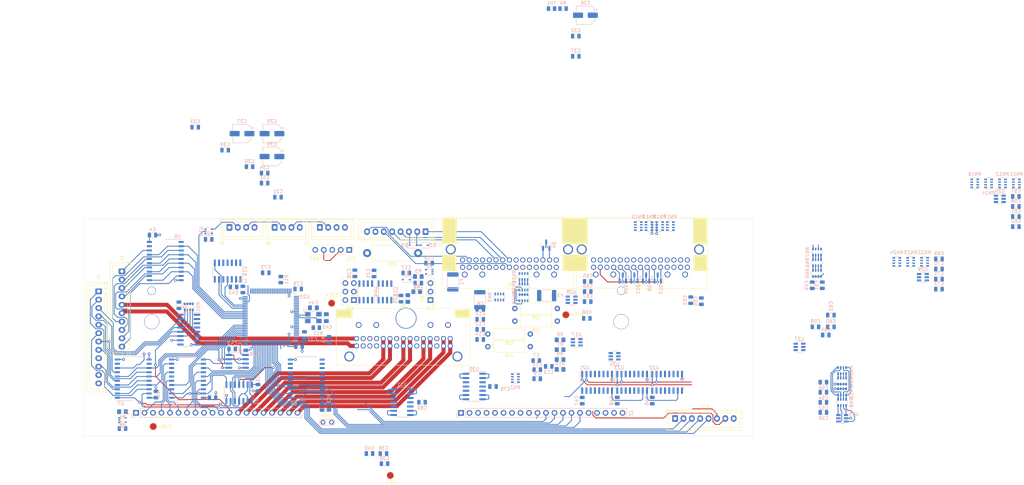
<source format=kicad_pcb>
(kicad_pcb (version 20221018) (generator pcbnew)
  (layers (0 "F.Cu" signal) (1 "In1.Cu" power) (2 "In2.Cu" power) (31 "B.Cu" signal) (34 "B.Paste" user) (35 "F.Paste" user) (36 "B.SilkS" user "B.Silkscreen") (37 "F.SilkS" user "F.Silkscreen") (38 "B.Mask" user) (39 "F.Mask" user) (44 "Edge.Cuts" user))
  (net 0 "")
  (net 1 "Filament_Fuel_B")
  (net 2 "Filament_Fuel_A")
  (net 3 "Filament_Speed_B")
  (net 4 "Filament_Speed_A")
  (net 5 "Filament_Tach_B")
  (net 6 "Filament_Tach_A")
  (net 7 "Filament_Sub_B")
  (net 8 "Filament_Sub_A")
  (net 9 "SW_Indicated_Spd")
  (net 10 "Net-(RN2-R1.2)")
  (net 11 "+5V")
  (net 12 "Filament_Trip_B")
  (net 13 "Filament_Trip_A")
  (net 14 "Net-(RN2-R2.2)")
  (net 15 "Net-(RN3-R2.2)")
  (net 16 "Net-(RN2-R3.2)")
  (net 17 "Net-(RN3-R3.2)")
  (net 18 "Net-(RN2-R4.2)")
  (net 19 "Net-(RN3-R4.2)")
  (net 20 "Net-(D1-K)")
  (net 21 "Bias_Grid_Anode")
  (net 22 "GND")
  (net 23 "Net-(U13-A2)")
  (net 24 "+5VA")
  (net 25 "Net-(U16-A1)")
  (net 26 "+12V_ON_START")
  (net 27 "Net-(U20-RCC_OSC_IN)")
  (net 28 "Warning_Oil_Pressure")
  (net 29 "Warning_Fuel_Level")
  (net 30 "Warning_Charge")
  (net 31 "O2_Sensor_Switch(CEL)")
  (net 32 "Clock_2_(Time)")
  (net 33 "Clock_1_(Time)")
  (net 34 "Fuel_Injection_Pulse")
  (net 35 "Water_Temperature")
  (net 36 "Oil_Pressure")
  (net 37 "Fuel_Gauge_Sub")
  (net 38 "Fuel_Gauge_Main")
  (net 39 "ASCD_Set_Disp_2")
  (net 40 "ASCD_Set_Disp_1")
  (net 41 "ASCD_Cruise")
  (net 42 "ASCD_On")
  (net 43 "Manifold_Pressure")
  (net 44 "Speed_Signal_Out")
  (net 45 "Speed_Sensor_In")
  (net 46 "Illumination_2")
  (net 47 "Coil_Negative_(Tach)")
  (net 48 "Illumination_Dim")
  (net 49 "+12V_ACC_ON")
  (net 50 "+12V_CONST")
  (net 51 "Net-(U20-RCC_OSC_OUT)")
  (net 52 "Net-(D2-A)")
  (net 53 "Net-(J8-Pin_3)")
  (net 54 "Net-(J8-Pin_4)")
  (net 59 "SW_MPH-MPG")
  (net 60 "SW_Trip_A")
  (net 61 "SW_Trip_B")
  (net 66 "/Disp_S0_IC31")
  (net 67 "/Disp_S1_IC31")
  (net 68 "+3V3")
  (net 69 "+5VD")
  (net 70 "Blanking_Control")
  (net 71 "Main_Enable")
  (net 72 "Satellite_Enable")
  (net 73 "SPI2_SCK")
  (net 74 "SPI2_MOSI")
  (net 75 "SPI2_LH")
  (net 76 "SPI2_MISO")
  (net 77 "SPI2_CS5")
  (net 78 "+12V_ON_START_B")
  (net 79 "Illum_Data")
  (net 80 "/~{Disp_BI}")
  (net 81 "/Display_~{SCK}_Satellite")
  (net 82 "/Display_~{CS}_Fuel_Qty")
  (net 83 "Net-(RN3-R1.2)")
  (net 84 "/Disp_S2_IC31")
  (net 85 "/Disp_S3_IC31")
  (net 86 "/Disp_S0_IC30")
  (net 87 "/Disp_S1_IC30")
  (net 88 "/Disp_S2_IC30")
  (net 89 "/Disp_S3_IC30")
  (net 90 "/ADC_IN10")
  (net 92 "12V_Sense")
  (net 93 "Illum_Sense")
  (net 98 "Tach_Protect")
  (net 99 "Fuel_Injection_Pulse_Protect")
  (net 100 "Speed_Sensor_Protect")
  (net 101 "/Illum_Data_Loop2")
  (net 103 "/Illum_Data_Loop1")
  (net 104 "/Illum_Data_Out")
  (net 106 "+12V_Security")
  (net 107 "Warning_Security")
  (net 108 "/Secondary_Warning_Input/ASCD_Set_Disp_2B")
  (net 109 "/Secondary_Warning_Input/ASCD_Set_Disp_1B")
  (net 110 "/Secondary_Warning_Input/ASCD_OnB")
  (net 111 "/Secondary_Warning_Input/ASCD_CruiseB")
  (net 116 "/Secondary_Warning_Input/Warn_ChargeB")
  (net 117 "/Secondary_Warning_Input/Warn_SecurityB")
  (net 118 "/Secondary_Warning_Input/Warn_Oil_PressB")
  (net 119 "/Secondary_Warning_Input/Warn_FuelB")
  (net 128 "PS_TEMP_SENSE")
  (net 129 "INT_TEMP_SENSE")
  (net 131 "Net-(RN4-R4.2)")
  (net 132 "Net-(RN4-R3.2)")
  (net 133 "Net-(RN4-R2.2)")
  (net 134 "Net-(RN4-R1.2)")
  (net 135 "Net-(RN6-R1.1)")
  (net 136 "Net-(RN6-R2.1)")
  (net 137 "Net-(RN6-R3.1)")
  (net 138 "Net-(RN6-R4.1)")
  (net 139 "Net-(RN11-R4.2)")
  (net 140 "Net-(RN11-R3.2)")
  (net 141 "Net-(RN11-R2.2)")
  (net 142 "Net-(RN11-R1.2)")
  (net 143 "Net-(RN13-R4.2)")
  (net 144 "Net-(RN13-R3.2)")
  (net 145 "/Secondary_Warning_Input/Main_Beam")
  (net 146 "/Secondary_Warning_Input/Belt")
  (net 147 "/Secondary_Warning_Input/Left_Turn")
  (net 148 "/Secondary_Warning_Input/Right_Turn")
  (net 149 "/Secondary_Warning_Input/Door")
  (net 150 "/Secondary_Warning_Input/Brake_2")
  (net 151 "/Secondary_Warning_Input/Coolant")
  (net 152 "/Secondary_Warning_Input/Taillamp")
  (net 153 "/Secondary_Warning_Input/Brake_1")
  (net 154 "Net-(RN13-R2.2)")
  (net 155 "Net-(RN13-R1.2)")
  (net 156 "Net-(RN20-R1.1)")
  (net 157 "/Secondary_Warning_Input/Headlamp")
  (net 158 "/Secondary_Warning_Input/Extra_HighB")
  (net 159 "/Secondary_Warning_Input/Extra_Low_1B")
  (net 160 "/Secondary_Warning_Input/Extra_Low_2B")
  (net 161 "/Secondary_Warning_Input/Extra_Low_3B")
  (net 162 "/Secondary_Warning_Input/Extra_Low_4B")
  (net 163 "/Warning_Extra_1")
  (net 164 "/Warning_Extra_2")
  (net 165 "/Warning_Extra_3")
  (net 166 "/Warning_Extra_4")
  (net 167 "Net-(RN20-R2.1)")
  (net 168 "Net-(RN20-R3.1)")
  (net 169 "Net-(RN20-R4.1)")
  (net 170 "Net-(RN22-R2.1)")
  (net 171 "Net-(RN22-R1.2)")
  (net 172 "Net-(RN22-R2.2)")
  (net 173 "Net-(U6-2OE)")
  (net 174 "Speed_Out")
  (net 175 "Net-(U6-1OE)")
  (net 176 "Net-(U3-1OE)")
  (net 177 "Net-(U2-1OE)")
  (net 182 "/ADC_IN11")
  (net 183 "/ADC_IN12")
  (net 184 "/ADC_IN13")
  (net 185 "/CAN_TX")
  (net 186 "/CAN_RX")
  (net 187 "/CAN_EN")
  (net 188 "/~{CAN_ERR}")
  (net 189 "/~{CAN_STB}")
  (net 190 "/ADC_IN0")
  (net 193 "/ADC_IN1")
  (net 195 "/ADC_IN2")
  (net 196 "/ADC_IN3")
  (net 213 "/~{RESET}")
  (net 237 "/BOOT0")
  (net 243 "Net-(U21-Q7)")
  (net 246 "DISP_EN")
  (net 247 "Net-(U22-DS)")
  (net 249 "/SWDIO")
  (net 250 "/SWCLK")
  (net 251 "/~{CS_ODO}")
  (net 252 "/RESET_ODO")
  (net 253 "/DC_ODO")
  (net 263 "/Secondary_Warning_Input/Sensor")
  (net 264 "Net-(U30A--)")
  (net 265 "Net-(U30B--)")
  (net 266 "Net-(U30C--)")
  (net 267 "Net-(U30D--)")
  (net 268 "Net-(U31A--)")
  (net 269 "Net-(U31B--)")
  (net 270 "Net-(U31C--)")
  (net 271 "Net-(U31D--)")
  (net 272 "/Display_~{CS}_Oil")
  (net 273 "/Display_~{CS}_Temp")
  (net 274 "/Display_~{CS}_Volts")
  (net 275 "/Display_~{CS}_Fuel_Lvl")
  (net 276 "/Display_LH_Satellite")
  (net 277 "/Display_SI_Satellite")
  (net 278 "/Display_SI_Main")
  (net 279 "/Display_LH_Main")
  (net 280 "/Display_~{CS}_TachNumeric")
  (net 281 "/Display_~{CS}_TachGraphLoad")
  (net 282 "/Display_~{CS}_TachGraphRpm")
  (net 283 "/Display_~{CS}_SpeedNumeric")
  (net 284 "/Display_~{CS}_SpeedGraph")
  (net 285 "/Display_~{SCK}_Main")
  (net 286 "/Warning_Belt")
  (net 287 "/Warning_Sensor")
  (net 288 "/Warning_Bulb_Check")
  (net 289 "/Warning_Taillamp")
  (net 290 "/Warning_Door")
  (net 291 "/Warning_Headlamp")
  (net 292 "/Warning_Coolant")
  (net 293 "/Warning_Brake_2")
  (net 294 "/Warning_Brake")
  (net 295 "/Disp_Reset_IC30")
  (net 296 "/Disp_~{WR}_IC30")
  (net 297 "/Disp_~{WR}_IC31")
  (net 298 "/Disp_CTL_IC31")
  (net 299 "/Disp_Reset_IC31")
  (net 300 "/Disp_Mode_IC30")
  (net 301 "/Indicator_Pilot_Common")
  (net 302 "/Warning-12V-Supply")
  (net 303 "/Extra_High_Input")
  (net 304 "/Indicator_Pilot_Right")
  (net 305 "/Indicator_Pilot_Left")
  (net 306 "/Indicator_Pilot_Main")
  (net 307 "/IC30_OE")
  (net 308 "/Trip_S0")
  (net 309 "/Trip_S1")
  (net 310 "/Trip_S2")
  (net 311 "/Trip_S3")
  (net 312 "/Trip_Mode{slash}CTL")
  (net 313 "/Trip_Reset")
  (net 314 "/Trip_~{WR}")
  (net 315 "SPI2_CS6")
  (net 316 "/SPI1_MISO")
  (net 317 "/SPI1_CS5")
  (net 318 "/IC31_OE")
  (net 319 "/SPI1_CS3")
  (net 320 "/SPI1_SCK")
  (net 321 "/SPI1_CS0")
  (net 322 "/SPI1_CS4")
  (net 323 "/SPI1_MOSI")
  (net 324 "/SPI2_CS4")
  (net 325 "/SPI2_CS3")
  (net 326 "/SPI2_CS0")
  (net 327 "/SPI2_CS1")
  (net 328 "/SPI2_CS2")
  (net 329 "/EN_ODO")
  (net 333 "/SPI1_CS2{slash}BOOT1")
  (net 334 "/SPI1_LH")
  (net 336 "/SPI1_CS1")
  (footprint "Connector_JST:JST_XH_B8B-XH-A_1x08_P2.50mm_Vertical" (layer "F.Cu") (at 268.1356 133.4608)
    (fp_text reference "J13")
    (fp_text value "ODOMETER MODULE")
  )
  (footprint "Connector_PinHeader_2.54mm:PinHeader_2x03_P2.54mm_Vertical" (layer "F.Cu") (at 172.1452 98.089 180)
    (fp_text reference "J11")
    (fp_text value "ISOLATED OUPTUTS & POWER")
  )
  (footprint "Connector_PinHeader_2.54mm:PinHeader_1x05_P2.54mm_Vertical" (layer "F.Cu") (at 170.7736 83.0672 -90)
    (fp_text reference "J15")
    (fp_text value "SWD")
  )
  (footprint "MountingHole:MountingHole_3.5mm" (layer "F.Cu") (at 96.924 129.7708)
    (fp_text reference "H6" hide)
    (fp_text value "Hole")
  )
  (footprint "TestPoint:TestPoint_Pad_D2.0mm" (layer "F.Cu") (at 112.2172 135.8392)
    (fp_text reference "5V_Disp1")
    (fp_text value "+5VD")
  )
  (footprint "Molex_34826:34958" (layer "F.Cu") (at 186.9412 109.5692)
    (fp_text reference "J8")
    (fp_text value "POWER SUPPLY - 0349580340")
  )
  (footprint "Resistor_THT:R_Axial_DIN0414_L11.9mm_D4.5mm_P15.24mm_Horizontal" (layer "F.Cu") (at 176.1076 84.0324)
    (fp_text reference "R14")
    (fp_text value "47")
  )
  (footprint "Molex_34826:349610340" (layer "F.Cu") (at 257.7672 88.2824 180)
    (fp_text reference "J14")
    (fp_text value "CAR INTERFACE - 0349610341")
  )
  (footprint "TestPoint:TestPoint_Pad_D2.0mm" (layer "F.Cu") (at 165.5064 99.0092)
    (fp_text reference "3.3V1")
    (fp_text value "+3V3")
  )
  (footprint "Connector_JST:JST_XH_B4B-XH-A_1x04_P2.50mm_Vertical" (layer "F.Cu") (at 161.9852 76.3616)
    (fp_text reference "J7")
    (fp_text value "Conn_01x03")
  )
  (footprint "TestPoint:TestPoint_Pad_D2.0mm" (layer "F.Cu") (at 183.0324 150.4696)
    (fp_text reference "5V_Logic1")
    (fp_text value "+5V")
  )
  (footprint "Connector_JST:JST_XH_B8B-XH-A_1x08_P2.50mm_Vertical" (layer "F.Cu") (at 193.5968 77.6316 180)
    (fp_text reference "J10")
    (fp_text value "DISP_BOARD_CONN_3")
  )
  (footprint "Molex_34826:349610340" (layer "F.Cu") (at 218.6272 88.2824 180)
    (fp_text reference "J9")
    (fp_text value "CAR INTERFACE - 0349610341 - SIG")
  )
  (footprint "Resistor_THT:R_Axial_DIN0309_L9.0mm_D3.2mm_P12.70mm_Horizontal" (layer "F.Cu") (at 232.9528 100.5932 180)
    (fp_text reference "Rt1")
    (fp_text value "R")
  )
  (footprint "MountingHole:MountingHole_3.5mm" (layer "F.Cu") (at 96.924 83.2708)
    (fp_text reference "H5" hide)
    (fp_text value "Hole")
  )
  (footprint "MountingHole:MountingHole_3.5mm" (layer "F.Cu") (at 283.674 78.0208)
    (fp_text reference "H4" hide)
    (fp_text value "Hole")
  )
  (footprint "Connector_JST:JST_XH_B12B-XH-A_1x12_P2.50mm_Vertical" (layer "F.Cu") (at 95.8944 95.4516 -90)
    (fp_text reference "J4")
    (fp_text value "TRIP BOARD CONN 2 (11-22)")
  )
  (footprint "Connector_JST:JST_XH_B4B-XH-A_1x04_P2.50mm_Vertical" (layer "F.Cu") (at 134.978 76.3616)
    (fp_text reference "J5")
    (fp_text value "Conn_01x03")
  )
  (footprint "Resistor_THT:R_Axial_DIN0309_L9.0mm_D3.2mm_P12.70mm_Horizontal" (layer "F.Cu") (at 224.8756 111.9724 180)
    (fp_text reference "Rt4")
    (fp_text value "R")
  )
  (footprint "Connector_JST:JST_XH_B4B-XH-A_1x04_P2.50mm_Vertical" (layer "F.Cu") (at 148.4908 76.3616)
    (fp_text reference "J6")
    (fp_text value "Conn_01x03")
  )
  (footprint "Connector_PinHeader_2.54mm:PinHeader_1x03_P2.54mm_Vertical" (layer "F.Cu") (at 195.056 98.089 180)
    (fp_text reference "J12")
    (fp_text value "ISOLATED INPUTS")
  )
  (footprint "TestPoint:TestPoint_Pad_D2.0mm" (layer "F.Cu") (at 235.4928 102.4728)
    (fp_text reference "5V_Analog1")
    (fp_text value "+5VA")
  )
  (footprint "Connector_JST:JST_XH_B10B-XH-A_1x10_P2.50mm_Vertical" (layer "F.Cu") (at 102.854 89.4864 -90)
    (fp_text reference "J3")
    (fp_text value "TRIP BOARD CONN 1 (1-10)")
  )
  (footprint "Resistor_THT:R_Axial_DIN0309_L9.0mm_D3.2mm_P12.70mm_Horizontal" (layer "F.Cu") (at 232.9528 104.3524 180)
    (fp_text reference "Rt2")
    (fp_text value "R")
  )
  (footprint "Personal:Z31_DD_Mountpeg" (layer "F.Cu") (at 251.994 104.5258)
    (fp_text reference "H2")
    (fp_text value "Peg")
  )
  (footprint "Resistor_THT:R_Axial_DIN0309_L9.0mm_D3.2mm_P12.70mm_Horizontal" (layer "F.Cu") (at 224.8756 108.2132 180)
    (fp_text reference "Rt3")
    (fp_text value "R")
  )
  (footprint "Personal:Z31_DD_Mountpeg" (layer "F.Cu") (at 111.744 104.5258)
    (fp_text reference "H1")
    (fp_text value "Peg")
  )
  (footprint "MountingHole:MountingHole_3.5mm" (layer "F.Cu") (at 283.674 124.5208)
    (fp_text reference "H3" hide)
    (fp_text value "Hole")
  )
  (footprint "Connector_PinSocket_2.54mm:PinSocket_1x20_P2.54mm_Vertical" (layer "B.Cu") (at 107.0598 131.7454 -90)
    (fp_text reference "J1")
    (fp_text value "DISP. BOARD CONN 1 (1-20)" hide)
  )
  (footprint "Connector_PinSocket_2.54mm:PinSocket_1x20_P2.54mm_Vertical" (layer "B.Cu") (at 204.164 131.7708 -90)
    (fp_text reference "J2")
    (fp_text value "DISP. BOARD CONN 2 (21-40)" hide)
  )
  (footprint "Package_SO:SOIC-8_3.9x4.9mm_P1.27mm" (layer "B.Cu") (at 175.7012 95.6148 90)
    (fp_text reference "U13")
    (fp_text value "VO0631T")
  )
  (footprint "Capacitor_SMD:C_0805_2012Metric" (layer "B.Cu") (at 145.8396 89.907 180)
    (fp_text reference "C73")
    (fp_text value "100nF")
  )
  (footprint "Resistor_SMD:R_Array_Convex_4x0603" (layer "B.Cu") (at 310.5264 83.7184 -90)
    (fp_text reference "RN7")
    (fp_text value "4.7k")
  )
  (footprint "Capacitor_SMD:C_0805_2012Metric" (layer "B.Cu") (at 242.0161 98.528 180)
    (fp_text reference "C67")
    (fp_text value "100nF")
  )
  (footprint "Capacitor_SMD:C_0805_2012Metric" (layer "B.Cu") (at 192.529 128.6002)
    (fp_text reference "C80")
    (fp_text value "100nF")
  )
  (footprint "Capacitor_SMD:C_0805_2012Metric" (layer "B.Cu") (at 238.458382 25.2356 180)
    (fp_text reference "C37")
    (fp_text value "1uF")
  )
  (footprint "Capacitor_SMD:C_0805_2012Metric" (layer "B.Cu") (at 135.7884 112.6744 180)
    (fp_text reference "C42")
    (fp_text value "100nF")
  )
  (footprint "Capacitor_SMD:C_0805_2012Metric" (layer "B.Cu") (at 157.3864 108.513 -90)
    (fp_text reference "C77")
    (fp_text value "100nF")
  )
  (footprint "Package_SO:SOIC-16_3.9x9.9mm_P1.27mm" (layer "B.Cu") (at 244.81785 122.6454 -90)
    (fp_text reference "U21")
    (fp_text value "74HC165D-Q100,118")
  )
  (footprint "Capacitor_SMD:C_0805_2012Metric" (layer "B.Cu") (at 209.9048 100.8088 180)
    (fp_text reference "C8")
    (fp_text value "100nF")
  )
  (footprint "Capacitor_SMD:C_0805_2012Metric" (layer "B.Cu") (at 194.6496 87.0296 180)
    (fp_text reference "C16")
    (fp_text value "100nF")
  )
  (footprint "Capacitor_SMD:C_0805_2012Metric" (layer "B.Cu") (at 346.964266 88.7824 180)
    (fp_text reference "C70")
    (fp_text value "100nF")
  )
  (footprint "Resistor_SMD:R_Array_Convex_4x0603" (layer "B.Cu") (at 318.026534 128.6548 90)
    (fp_text reference "RN8")
    (fp_text value "4.7k")
  )
  (footprint "Package_TO_SOT_SMD:SOT-23-6" (layer "B.Cu") (at 305.296856 112.0648 180)
    (fp_text reference "U27")
    (fp_text value "SRV05-4")
  )
  (footprint "Capacitor_SMD:C_0805_2012Metric" (layer "B.Cu") (at 346.964266 91.7924 180)
    (fp_text reference "C71")
    (fp_text value "100nF")
  )
  (footprint "Capacitor_SMD:C_0805_2012Metric" (layer "B.Cu") (at 149.48508 67.31952 180)
    (fp_text reference "C31")
    (fp_text value "100nF")
  )
  (footprint "Capacitor_SMD:C_0805_2012Metric" (layer "B.Cu") (at 162.6616 129.9972 90)
    (fp_text reference "C1" hide)
    (fp_text value "100nF")
  )
  (footprint "Package_SO:SO-20_12.8x7.5mm_P1.27mm" (layer "B.Cu") (at 157.9372 121.5644)
    (fp_text reference "U2")
    (fp_text value "74HCT244D,653")
  )
  (footprint "Package_SO:SOIC-16_3.9x9.9mm_P1.27mm" (layer "B.Cu") (at 265.74745 122.6454 -90)
    (fp_text reference "U22")
    (fp_text value "74HC165D-Q100,118")
  )
  (footprint "Package_TO_SOT_SMD:SOT-23" (layer "B.Cu") (at 259.466 91.4908 90)
    (fp_text reference "D9")
    (fp_text value "BAV70")
  )
  (footprint "Capacitor_SMD:C_0805_2012Metric" (layer "B.Cu") (at 275.9708 98.3996 -90)
    (fp_text reference "C55")
    (fp_text value "100nF")
  )
  (footprint "Fuse:Fuse_1812_4532Metric_Pad1.30x3.40mm_HandSolder" (layer "B.Cu") (at 229.7524 96.7324 180)
    (fp_text reference "F3")
    (fp_text value "Polyfuse_Small")
  )
  (footprint "Resistor_SMD:R_Array_Convex_4x0603" (layer "B.Cu") (at 266.7144 75.9776 180)
    (fp_text reference "RN17")
    (fp_text value "4.7k")
  )
  (footprint "Resistor_SMD:R_Array_Convex_4x0603" (layer "B.Cu") (at 215.6144 97.144 -90)
    (fp_text reference "RN3")
    (fp_text value "4.7k")
  )
  (footprint "Resistor_SMD:R_0805_2012Metric_Pad1.20x1.40mm_HandSolder" (layer "B.Cu") (at 233.7656 115.8368 180)
    (fp_text reference "R9")
    (fp_text value "75k 1%")
  )
  (footprint "Capacitor_SMD:C_0805_2012Metric" (layer "B.Cu") (at 103.0224 136.4488 180)
    (fp_text reference "C6")
    (fp_text value "100nF")
  )
  (footprint "Package_SO:SOIC-14_3.9x8.7mm_P1.27mm" (layer "B.Cu") (at 186.5488 128.6002 180)
    (fp_text reference "U31")
    (fp_text value "LMV324AIDR")
  )
  (footprint "Capacitor_SMD:CP_Elec_5x5.3" (layer "B.Cu") (at 138.73508 48.33952 180)
    (fp_text reference "C27")
    (fp_text value "47uF")
  )
  (footprint "Capacitor_SMD:C_0805_2012Metric" (layer "B.Cu") (at 155.7608 111.9674)
    (fp_text reference "C74" hide)
    (fp_text value "100nF")
  )
  (footprint "Resistor_SMD:R_0805_2012Metric_Pad1.20x1.40mm_HandSolder" (layer "B.Cu") (at 188.2648 97.6028 90)
    (fp_text reference "R8")
    (fp_text value "1k")
  )
  (footprint "Resistor_SMD:R_Array_Convex_4x0603" (layer "B.Cu") (at 357.646266 63.2236 180)
    (fp_text reference "RN16")
    (fp_text value "4.7k")
  )
  (footprint "Package_SO:SOIC-8_3.9x4.9mm_P1.27mm" (layer "B.Cu") (at 181.4416 95.6148 90)
    (fp_text reference "U16")
    (fp_text value "VO0631T")
  )
  (footprint "Package_SO:SO-20_12.8x7.5mm_P1.27mm" (layer "B.Cu") (at 115.808 86.42 180)
    (fp_text reference "U6")
    (fp_text value "74HCT244D,653")
  )
  (footprint "Capacitor_SMD:C_0805_2012Metric" (layer "B.Cu") (at 238.458382 19.2156 180)
    (fp_text reference "C32")
    (fp_text value "1uF")
  )
  (footprint "Capacitor_SMD:C_0805_2012Metric" (layer "B.Cu") (at 312.431334 131.6472)
    (fp_text reference "C50")
    (fp_text value "100nF")
  )
  (footprint "Resistor_SMD:R_0805_2012Metric" (layer "B.Cu") (at 160.9302 106.3188 180)
    (fp_text reference "R12")
    (fp_text value "100k")
  )
  (footprint "Package_TO_SOT_SMD:SOT-23" (layer "B.Cu") (at 262.9204 91.4908 90)
    (fp_text reference "D13")
    (fp_text value "BAV70")
  )
  (footprint "Package_TO_SOT_SMD:SOT-23-6" (layer "B.Cu") (at 238.7156 110.6868 180)
    (fp_text reference "U17")
    (fp_text value "SRV05-4")
  )
  (footprint "Capacitor_SMD:CP_Elec_5x5.3" (layer "B.Cu") (at 147.68508 48.33952 180)
    (fp_text reference "C29")
    (fp_text value "47uF")
  )
  (footprint "Capacitor_SMD:C_0805_2012Metric" (layer "B.Cu") (at 128.772 79.9348 180)
    (fp_text reference "C20")
    (fp_text value "100nF")
  )
  (footprint "Package_TO_SOT_SMD:SOT-23" (layer "B.Cu") (at 252.4912 91.4677 90)
    (fp_text reference "D10")
    (fp_text value "BAV70")
  )
  (footprint "Package_SO:SO-20_12.8x7.5mm_P1.27mm" (layer "B.Cu") (at 106.2324 121.539)
    (fp_text reference "U7")
    (fp_text value "74HCT244D,653")
  )
  (footprint "Package_SO:SOIC-16_3.9x9.9mm_P1.27mm" (layer "B.Cu") (at 255.28265 122.6454 -90)
    (fp_text reference "U23")
    (fp_text value "74HC165D-Q100,118")
  )
  (footprint "Resistor_SMD:R_Array_Convex_4x0603" (layer "B.Cu") (at 310.5264 86.9044 -90)
    (fp_text reference "RN6")
    (fp_text value "4.7k")
  )
  (footprint "Resistor_SMD:R_Array_Convex_4x0603" (layer "B.Cu") (at 365.946266 63.2236 180)
    (fp_text reference "RN12")
    (fp_text value "4.7k")
  )
  (footprint "Diode_SMD:D_SOD-323" (layer "B.Cu") (at 189.8744 81.6956)
    (fp_text reference "D3")
    (fp_text value "1N4148WS")
  )
  (footprint "Package_TO_SOT_SMD:SOT-23" (layer "B.Cu") (at 229.616 81.6587 90)
    (fp_text reference "D4")
    (fp_text value "NUP2105L")
  )
  (footprint "Capacitor_SMD:C_0805_2012Metric" (layer "B.Cu") (at 250.83765 128.0952 -90)
    (fp_text reference "C48")
    (fp_text value "100nF")
  )
  (footprint "Package_TO_SOT_SMD:SOT-23" (layer "B.Cu") (at 255.9608 91.4631 90)
    (fp_text reference "D11")
    (fp_text value "BAV70")
  )
  (footprint "Capacitor_SMD:C_0805_2012Metric" (layer "B.Cu") (at 180.98661 143.9256 180)
    (fp_text reference "C36")
    (fp_text value "1uF")
  )
  (footprint "Capacitor_SMD:C_0805_2012Metric" (layer "B.Cu") (at 261.30245 128.0952 -90)
    (fp_text reference "C46")
    (fp_text value "100nF")
  )
  (footprint "Capacitor_SMD:C_0805_2012Metric" (layer "B.Cu") (at 241.7572 103.5304 180)
    (fp_text reference "C68")
    (fp_text value "100nF")
  )
  (footprint "Capacitor_SMD:C_0805_2012Metric" (layer "B.Cu") (at 312.431334 128.6372)
    (fp_text reference "C52")
    (fp_text value "100nF")
  )
  (footprint "Capacitor_SMD:C_0805_2012Metric" (layer "B.Cu") (at 209.9048 109.8388 180)
    (fp_text reference "C14")
    (fp_text value "100nF")
  )
  (footprint "Resistor_SMD:R_Array_Convex_4x0603" (layer "B.Cu") (at 310.5264 90.1048 -90)
    (fp_text reference "RN9")
    (fp_text value "4.7k")
  )
  (footprint "Capacitor_SMD:C_0805_2012Metric" (layer "B.Cu") (at 124.74508 46.41952 180)
    (fp_text reference "C33")
    (fp_text value "10nF")
  )
  (footprint "Resistor_SMD:R_Array_Convex_4x0603" (layer "B.Cu") (at 222.842 97.344 -90)
    (fp_text reference "RN19")
    (fp_text value "4.7k")
  )
  (footprint "Capacitor_SMD:C_0805_2012Metric" (layer "B.Cu") (at 312.431334 125.6272)
    (fp_text reference "C54")
    (fp_text value "100nF")
  )
  (footprint "Package_SO:SO-20_12.8x7.5mm_P1.27mm" (layer "B.Cu") (at 122.4532 121.539)
    (fp_text reference "U3")
    (fp_text value "74HCT244D,653")
  )
  (footprint "Capacitor_SMD:C_0805_2012Metric" (layer "B.Cu") (at 181.32101 146.9356 180)
    (fp_text reference "C38")
    (fp_text value "100nF")
  )
  (footprint "Capacitor_SMD:C_0805_2012Metric" (layer "B.Cu") (at 314.680456 106.0796 180)
    (fp_text reference "C60")
    (fp_text value "100nF")
  )
  (footprint "Resistor_SMD:R_Array_Convex_4x0603" (layer "B.Cu") (at 222.842 94.18 -90)
    (fp_text reference "RN20")
    (fp_text value "4.7k")
  )
  (footprint "Capacitor_SMD:C_0805_2012Metric" (layer "B.Cu") (at 369.946266 70.1136 180)
    (fp_text reference "C58")
    (fp_text value "100nF")
  )
  (footprint "Resistor_SMD:R_0805_2012Metric" (layer "B.Cu") (at 164.6936 129.9972 -90)
    (fp_text reference "R13")
    (fp_text value "100k")
  )
  (footprint "Resistor_SMD:R_Array_Convex_4x0603" (layer "B.Cu") (at 122.8294 100.087 90)
    (fp_text reference "RN1")
    (fp_text value "4.7k")
  )
  (footprint "Package_QFP:LQFP-100_14x14mm_P0.5mm" (layer "B.Cu") (at 147.32 103.0732 180)
    (fp_text reference "U20")
    (fp_text value "STM32F103V8Tx")
  )
  (footprint "Resistor_SMD:R_0805_2012Metric_Pad1.20x1.40mm_HandSolder" (layer "B.Cu") (at 233.7656 112.8868 180)
    (fp_text reference "R7")
    (fp_text value "35.7k 1%")
  )
  (footprint "Package_TO_SOT_SMD:SOT-353_SC-70-5" (layer "B.Cu") (at 128.778 77.5208)
    (fp_text reference "U10")
    (fp_text value "SN74LV1T34DCK")
  )
  (footprint "Package_TO_SOT_SMD:SOT-353_SC-70-5" (layer "B.Cu") (at 103.0072 133.9088)
    (fp_text reference "U5")
    (fp_text value "SN74LV1T34DCK")
  )
  (footprint "Package_TO_SOT_SMD:SOT-23-6" (layer "B.Cu") (at 342.164266 91.2424 180)
    (fp_text reference "U29")
    (fp_text value "SRV05-4")
  )
  (footprint "TestPoint:TestPoint_2Pads_Pitch2.54mm_Drill0.8mm" (layer "B.Cu") (at 162.9356 134.5692)
    (fp_text reference "GND1" hide)
    (fp_text value "GND")
  )
  (footprint "Package_TO_SOT_SMD:SOT-23-6" (layer "B.Cu") (at 250.0376 114.8588)
    (fp_text reference "U24")
    (fp_text value "SRV05-4")
  )
  (footprint "Resistor_SMD:R_0805_2012Metric" (layer "B.Cu") (at 231.210582 10.982 180)
    (fp_text reference "TH1")
    (fp_text value "NTCG204AH473JT1")
  )
  (footprint "Capacitor_SMD:C_0805_2012Metric" (layer "B.Cu") (at 209.9048 103.8188 180)
    (fp_text reference "C10")
    (fp_text value "100nF")
  )
  (footprint "Resistor_SMD:R_0805_2012Metric_Pad1.20x1.40mm_HandSolder" (layer "B.Cu") (at 233.7656 109.9368 180)
    (fp_text reference "R6")
    (fp_text value "75k 1%")
  )
  (footprint "Crystal:Crystal_SMD_5032-4Pin_5.0x3.2mm" (layer "B.Cu") (at 160.0666 103.3216)
    (fp_text reference "Y1")
    (fp_text value "8MHz")
  )
  (footprint "Fuse:Fuse_1812_4532Metric_Pad1.30x3.40mm_HandSolder" (layer "B.Cu") (at 209.788 97.9516 90)
    (fp_text reference "F2" hide)
    (fp_text value "Polyfuse_Small")
  )
  (footprint "Capacitor_SMD:C_0805_2012Metric" (layer "B.Cu") (at 112.014 78.6384 180)
    (fp_text reference "C4")
    (fp_text value "100nF")
  )
  (footprint "Capacitor_SMD:C_0805_2012Metric" (layer "B.Cu") (at 119.888 99.6188 90)
    (fp_text reference "C3")
    (fp_text value "100nF")
  )
  (footprint "Capacitor_SMD:C_0805_2012Metric" (layer "B.Cu") (at 172.434506 90.0684 -90)
    (fp_text reference "C28")
    (fp_text value "100nF")
  )
  (footprint "Resistor_SMD:R_0805_2012Metric" (layer "B.Cu") (at 164.7284 109.9404 -90)
    (fp_text reference "R5")
    (fp_text value "47k")
  )
  (footprint "Capacitor_SMD:C_0805_2012Metric" (layer "B.Cu") (at 136.199 94.1386)
    (fp_text reference "C43")
    (fp_text value "100nF")
  )
  (footprint "Package_TO_SOT_SMD:SOT-23-6" (layer "B.Cu") (at 365.146266 67.8236 180)
    (fp_text reference "U26")
    (fp_text value "SRV05-4")
  )
  (footprint "Capacitor_SMD:C_0805_2012Metric" (layer "B.Cu") (at 133.69508 53.26952 180)
    (fp_text reference "C39")
    (fp_text value "100nF")
  )
  (footprint "Resistor_SMD:R_Array_Convex_4x0603" (layer "B.Cu") (at 263.514 75.9776 180)
    (fp_text reference "RN18")
    (fp_text value "4.7k")
  )
  (footprint "Capacitor_SMD:C_0805_2012Metric" (layer "B.Cu") (at 213.7308 123.9012)
    (fp_text reference "C79")
    (fp_text value "100nF")
  )
  (footprint "Capacitor_SMD:C_0805_2012Metric" (layer "B.Cu") (at 310.056856 106.0704 180)
    (fp_text reference "C59")
    (fp_text value "100nF")
  )
  (footprint "Capacitor_SMD:C_0805_2012Metric" (layer "B.Cu") (at 138.9968 94.8986 90)
    (fp_text reference "C75")
    (fp_text value "100nF")
  )
  (footprint "Capacitor_SMD:CP_Elec_5x5.3" (layer "B.Cu") (at 147.68508 55.18952 180)
    (fp_text reference "C35")
    (fp_text value "47uF")
  )
  (footprint "Capacitor_SMD:C_0805_2012Metric" (layer "B.Cu") (at 314.679656 102.5652 180)
    (fp_text reference "C63")
    (fp_text value "100nF")
  )
  (footprint "Resistor_SMD:R_0805_2012Metric" (layer "B.Cu") (at 234.658382 10.982 180)
    (fp_text reference "R4")
    (fp_text value "47k")
  )
  (footprint "Resistor_SMD:R_0805_2012Metric_Pad1.20x1.40mm_HandSolder" (layer "B.Cu") (at 190.94155 95.5548 180)
    (fp_text reference "R2")
    (fp_text value "2.2k")
  )
  (footprint "Package_TO_SOT_SMD:SOT-23-6" (layer "B.Cu") (at 237.2161 97.978 180)
    (fp_text reference "U28")
    (fp_text value "SRV05-4")
  )
  (footprint "Capacitor_SMD:C_0805_2012Metric" (layer "B.Cu") (at 272.796 98.0948 -90)
    (fp_text reference "C53")
    (fp_text value "100nF")
  )
  (footprint "Resistor_SMD:R_Array_Convex_4x0603" (layer "B.Cu") (at 318.026534 119.1404 90)
    (fp_text reference "RN5")
    (fp_text value "4.7k")
  )
  (footprint "Capacitor_SMD:C_0805_2012Metric" (layer "B.Cu") (at 139.8604 112.1198 -90)
    (fp_text reference "C78")
    (fp_text value "100nF")
  )
  (footprint "Resistor_SMD:R_0805_2012Metric_Pad1.20x1.40mm_HandSolder" (layer "B.Cu") (at 191.39875 91.0336 180)
    (fp_text reference "R3")
    (fp_text value "1k")
  )
  (footprint "Capacitor_SMD:C_0805_2012Metric" (layer "B.Cu") (at 176.82101 143.9256 180)
    (fp_text reference "C40")
    (fp_text value "10nF")
  )
  (footprint "Capacitor_SMD:C_0805_2012Metric" (layer "B.Cu") (at 346.964266 85.7724 180)
    (fp_text reference "C69")
    (fp_text value "100nF")
  )
  (footprint "Capacitor_SMD:C_0805_2012Metric" (layer "B.Cu") (at 369.946266 73.1236 180)
    (fp_text reference "C61")
    (fp_text value "100nF")
  )
  (footprint "Capacitor_SMD:C_0805_2012Metric" (layer "B.Cu") (at 113.03 126.2888 90)
    (fp_text reference "C5")
    (fp_text value "100nF")
  )
  (footprint "Diode_SMD:D_SOD-323" (layer "B.Cu") (at 193.1764 81.6956 180)
    (fp_text reference "D2")
    (fp_text value "1N4148WS")
  )
  (footprint "Capacitor_SMD:C_0805_2012Metric" (layer "B.Cu") (at 140.98508 58.21952 180)
    (fp_text reference "C30")
    (fp_text value "1uF")
  )
  (footprint "Capacitor_SMD:C_0805_2012Metric" (layer "B.Cu") (at 209.9048 106.8288 180)
    (fp_text reference "C12")
    (fp_text value "100nF")
  )
  (footprint "Package_SO:SO-14_3.9x8.65mm_P1.27mm" (layer "B.Cu") (at 137.8712 125.8174 90)
    (fp_text reference "U1")
    (fp_text value "74HCT00D,653")
  )
  (footprint "Capacitor_SMD:C_0805_2012Metric_Pad1.18x1.45mm_HandSolder" (layer "B.Cu") (at 163.9274 103.3216 90)
    (fp_text reference "C45")
    (fp_text value "20pF")
  )
  (footprint "Capacitor_SMD:C_0805_2012Metric" (layer "B.Cu") (at 226.9388 118.872 180)
    (fp_text reference "C11")
    (fp_text value "100nF")
  )
  (footprint "Fuse:Fuse_1812_4532Metric_Pad1.30x3.40mm_HandSolder" (layer "B.Cu") (at 201.7268 92.6592 90)
    (fp_text reference "F1")
    (fp_text value "Polyfuse_Small")
  )
  (footprint "Resistor_SMD:R_Array_Convex_4x0603" (layer "B.Cu") (at 361.796266 63.2236)
    (fp_text reference "RN14")
    (fp_text value "4.7k")
  )
  (footprint "Capacitor_SMD:C_0805_2012Metric" (layer "B.Cu") (at 313.155656 108.5088 180)
    (fp_text reference "C64")
    (fp_text value "100nF")
  )
  (footprint "Capacitor_SMD:C_0805_2012Metric" (layer "B.Cu") (at 226.6608 116.164 180)
    (fp_text reference "C7")
    (fp_text value "100nF")
  )
  (footprint "Package_TO_SOT_SMD:SOT-23-6" (layer "B.Cu") (at 318.054934 133.3996 180)
    (fp_text reference "U25")
    (fp_text value "SRV05-4")
  )
  (footprint "Capacitor_SMD:C_0805_2012Metric" (layer "B.Cu") (at 178.174906 90.1192 -90)
    (fp_text reference "C21")
    (fp_text value "100nF")
  )
  (footprint "Package_SO:SOIC-16_3.9x9.9mm_P1.27mm" (layer "B.Cu") (at 122.7978 106.9086 180)
    (fp_text reference "U4")
    (fp_text value "74HC165D-Q100,118")
  )
  (footprint "Capacitor_SMD:C_0805_2012Metric_Pad1.18x1.45mm_HandSolder" (layer "B.Cu") (at 160.0666 100.3752)
    (fp_text reference "C44")
    (fp_text value "20pF")
  )
  (footprint "Capacitor_SMD:C_0805_2012Metric" (layer "B.Cu") (at 155.5068 94.7462)
    (fp_text reference "C76")
    (fp_text value "100nF")
  )
  (footprint "Capacitor_SMD:C_0805_2012Metric" (layer "B.Cu") (at 346.964266 94.8024 180)
    (fp_text reference "C72")
    (fp_text value "100nF")
  )
  (footprint "Capacitor_SMD:C_0805_2012Metric" (layer "B.Cu") (at 230.3692 117.8912)
    (fp_text reference "C13")
    (fp_text value "10n")
  )
  (footprint "Resistor_SMD:R_Array_Convex_4x0603" (layer "B.Cu") (at 334.364266 86.6424 180)
    (fp_text reference "RN24")
    (fp_text value "4.7k")
  )
  (footprint "Resistor_SMD:R_0805_2012Metric_Pad1.20x1.40mm_HandSolder" (layer "B.Cu") (at 233.7656 118.7868 180)
    (fp_text reference "R10")
    (fp_text value "35.7k 1%")
  )
  (footprint "Resistor_SMD:R_Array_Convex_4x0603" (layer "B.Cu") (at 257.1416 75.9864 180)
    (fp_text reference "RN15")
    (fp_text value "4.7k")
  )
  (footprint "Package_TO_SOT_SMD:SOT-353_SC-70-5" (layer "B.Cu") (at 194.7004 89.6204 180)
    (fp_text reference "U9")
    (fp_text value "SN74LV1T34DCK")
  )
  (footprint "Capacitor_SMD:C_0805_2012Metric" (layer "B.Cu") (at 186.2328 97.6376 -90)
    (fp_text reference "C25")
    (fp_text value "10n")
  )
  (footprint "Capacitor_SMD:C_0805_2012Metric" (layer "B.Cu") (at 143.51 124.2568 90)
    (fp_text reference "C15")
    (fp_text value "100nF")
  )
  (footprint "Capacitor_SMD:C_0805_2012Metric" (layer "B.Cu") (at 145.48508 60.11952 180)
    (fp_text reference "C34")
    (fp_text value "1uF")
  )
  (footprint "Capacitor_SMD:C_0805_2012Metric" (layer "B.Cu") (at 226.9236 121.5644 180)
    (fp_text reference "C9")
    (fp_text value "100nF")
  )
  (footprint "Resistor_SMD:R_0805_2012Metric" (layer "B.Cu") (at 150.3252 91.9541 90)
    (fp_text reference "R11")
    (fp_text value "100k")
  )
  (footprint "Resistor_SMD:R_Array_Convex_4x0603" (layer "B.Cu") (at 318.026534 122.2888 90)
    (fp_text reference "RN4")
    (fp_text value "4.7k")
  )
  (footprint "Capacitor_SMD:C_0805_2012Metric" (layer "B.Cu") (at 242.0161 95.518 180)
    (fp_text reference "C66")
    (fp_text value "100nF")
  )
  (footprint "Capacitor_SMD:C_0805_2012Metric" (layer "B.Cu") (at 240.37285 128.0952 -90)
    (fp_text reference "C47")
    (fp_text value "100nF")
  )
  (footprint "Capacitor_SMD:C_0805_2012Metric" (layer "B.Cu") (at 145.48508 63.12952 180)
    (fp_text reference "C41")
    (fp_text value "10nF")
  )
  (footprint "Resistor_SMD:R_0805_2012Metric_Pad1.20x1.40mm_HandSolder" (layer "B.Cu") (at 103.0224 131.4196)
    (fp_text reference "R1")
    (fp_text value "47k")
  )
  (footprint "Resistor_SMD:R_Array_Convex_4x0603" (layer "B.Cu") (at 370.096266 63.2236 180)
    (fp_text reference "RN11")
    (fp_text value "4.7k")
  )
  (footprint "Capacitor_SMD:C_0805_2012Metric" (layer "B.Cu") (at 191.39875 93.0148)
    (fp_text reference "C19")
    (fp_text value "10n")
  )
  (footprint "Capacitor_SMD:C_0805_2012Metric" (layer "B.Cu") (at 312.1076 93.6388 -90)
    (fp_text reference "C51")
    (fp_text value "100nF")
  )
  (footprint "Capacitor_SMD:C_0805_2012Metric" (layer "B.Cu") (at 369.946266 67.1036 180)
    (fp_text reference "C57")
    (fp_text value "100nF")
  )
  (footprint "Resistor_SMD:R_Array_Convex_4x0603" (layer "B.Cu") (at 260.3368 75.9864 180)
    (fp_text reference "RN13")
    (fp_text value "4.7k")
  )
  (footprint "Resistor_SMD:R_Array_Convex_4x0603" (layer "B.Cu") (at 220.4196 121.3896)
    (fp_text reference "RN2")
    (fp_text value "4.7k")
  )
  (footprint "Package_SO:SOIC-14_3.9x8.7mm_P1.27mm" (layer "B.Cu") (at 208.1286 123.9012 180)
    (fp_text reference "U30")
    (fp_text value "LMV324AIDR")
  )
  (footprint "Capacitor_SMD:C_0805_2012Metric" (layer "B.Cu") (at 369.946266 76.1336 180)
    (fp_text reference "C62")
    (fp_text value "100nF")
  )
  (footprint "Resistor_SMD:R_Array_Convex_4x0603" (layer "B.Cu") (at 318.026534 125.4856 90)
    (fp_text reference "RN10")
    (fp_text value "4.7k")
  )
  (footprint "Package_SO:SOIC-8_3.9x4.9mm_P1.27mm" (layer "B.Cu") (at 137.3204 116.387 180)
    (fp_text reference "U18")
    (fp_text value "25LC020AT-E/SN" hide)
  )
  (footprint "Capacitor_SMD:CP_Elec_5x5.3" (layer "B.Cu") (at 241.338382 12.9656 180)
    (fp_text reference "C26")
    (fp_text value "47uF")
  )
  (footprint "Resistor_SMD:R_Array_Convex_4x0603" (layer "B.Cu") (at 338.514266 86.6424 180)
    (fp_text reference "RN23")
    (fp_text value "4.7k")
  )
  (footprint "Package_SO:SO-14_3.9x8.65mm_P1.27mm" (layer "B.Cu") (at 134.4168 89.408 90)
    (fp_text reference "U19")
    (fp_text value "TJR1443")
  )
  (footprint "Capacitor_SMD:C_0805_2012Metric" (layer "B.Cu") (at 309.0976 93.6388 -90)
    (fp_text reference "C49")
    (fp_text value "100nF")
  )
  (footprint "Capacitor_SMD:C_0805_2012Metric" (layer "B.Cu") (at 242.0161 92.508 180)
    (fp_text reference "C65")
    (fp_text value "100nF")
  )
  (footprint "Diode_SMD:D_SOD-323" (layer "B.Cu") (at 187.8044 91.948 180)
    (fp_text reference "D1")
    (fp_text value "1N4148WS")
  )
  (footprint "Capacitor_SMD:C_0805_2012Metric" (layer "B.Cu") (at 187.8204 89.9668 180)
    (fp_text reference "C17")
    (fp_text value "10n")
  )
  (footprint "Capacitor_SMD:C_0805_2012Metric" (layer "B.Cu") (at 312.431334 122.6172)
    (fp_text reference "C56")
    (fp_text value "100nF")
  )
  (footprint "Resistor_SMD:R_Array_Convex_4x0603" (layer "B.Cu") (at 342.664266 86.6424 180)
    (fp_text reference "RN22")
    (fp_text value "4.7k")
  )
  (footprint "Resistor_SMD:R_Array_Convex_4x0603" (layer "B.Cu") (at 222.842 91.0304 -90)
    (fp_text reference "RN21")
    (fp_text value "4.7k")
  )
  (footprint "Capacitor_SMD:C_0805_2012Metric" (layer "B.Cu") (at 129.9464 127.254 180)
    (fp_text reference "C2" hide)
    (fp_text value "100nF" hide)
  )
  (gr_circle (center 187.7408 103.4888) (end 187.7408 106.5368) (stroke (width 0.2)) (fill none) (layer "B.Cu"))
  (gr_line locked (start 91.424 73.7708) (end 91.424 133.7708) (stroke (width 0.05)) (layer "Edge.Cuts"))
  (gr_line locked (start 91.424 138.7708) (end 291.424 138.7708) (stroke (width 0.05)) (layer "Edge.Cuts"))
  (gr_line locked (start 291.424 73.7708) (end 91.424 73.7708) (stroke (width 0.05)) (layer "Edge.Cuts"))
  (gr_line locked (start 291.424 133.7708) (end 291.424 73.7708) (stroke (width 0.05)) (layer "Edge.Cuts"))
  (gr_line locked (start 91.424 133.7708) (end 91.424 138.7708) (stroke (width 0.05)) (layer "Edge.Cuts"))
  (gr_line locked (start 291.424 133.7708) (end 291.424 138.7708) (stroke (width 0.05)) (layer "Edge.Cuts"))
  (segment (start 200.9412 109.5692) (end 200.9412 111.7692) (width 1.2) (layer "F.Cu") (net 1))
  (segment (start 157.306149 129.759051) (end 185.000471 129.759051) (width 1.2) (layer "F.Cu") (net 1))
  (segment (start 185.000471 129.759051) (end 200.9412 113.818321) (width 1.2) (layer "F.Cu") (net 1))
  (segment (start 200.9412 113.818321) (end 200.9412 111.7692) (width 1.2) (layer "F.Cu") (net 1))
  (segment (start 155.3198 131.7454) (end 157.306149 129.759051) (width 1.2) (layer "F.Cu") (net 1))
  (segment (start 152.7798 131.7454) (end 156.166149 128.359051) (width 1.2) (layer "F.Cu") (net 2))
  (segment (start 184.308149 128.359051) (end 198.9412 113.726) (width 1.2) (layer "F.Cu") (net 2))
  (segment (start 156.166149 128.359051) (end 184.308149 128.359051) (width 1.2) (layer "F.Cu") (net 2))
  (segment (start 198.9412 109.5692) (end 198.9412 111.7692) (width 1.2) (layer "F.Cu") (net 2))
  (segment (start 198.9412 113.726) (end 198.9412 111.7692) (width 1.2) (layer "F.Cu") (net 2))
  (segment (start 183.625349 126.959051) (end 155.026149 126.959051) (width 1.2) (layer "F.Cu") (net 3))
  (segment (start 194.9412 111.7692) (end 194.9412 115.6432) (width 1.2) (layer "F.Cu") (net 3))
  (segment (start 194.9412 115.6432) (end 183.625349 126.959051) (width 1.2) (layer "F.Cu") (net 3))
  (segment (start 194.9412 109.5692) (end 194.9412 111.7692) (width 1.2) (layer "F.Cu") (net 3))
  (segment (start 155.026149 126.959051) (end 150.2398 131.7454) (width 1.2) (layer "F.Cu") (net 3))
  (segment (start 153.886149 125.559051) (end 147.6998 131.7454) (width 1.2) (layer "F.Cu") (net 4))
  (segment (start 192.9412 109.5692) (end 192.9412 111.7692) (width 1.2) (layer "F.Cu") (net 4))
  (segment (start 192.9412 111.7692) (end 192.9412 115.662) (width 1.2) (layer "F.Cu") (net 4))
  (segment (start 183.044149 125.559051) (end 153.886149 125.559051) (width 1.2) (layer "F.Cu") (net 4))
  (segment (start 192.9412 115.662) (end 183.044149 125.559051) (width 1.2) (layer "F.Cu") (net 4))
  (segment (start 152.746149 124.159051) (end 145.1598 131.7454) (width 1.2) (layer "F.Cu") (net 5))
  (segment (start 180.840047 124.159051) (end 152.746149 124.159051) (width 1.2) (layer "F.Cu") (net 5))
  (segment (start 188.9412 109.5692) (end 188.9412 111.7692) (width 1.2) (layer "F.Cu") (net 5))
  (segment (start 188.9412 116.057898) (end 180.840047 124.159051) (width 1.2) (layer "F.Cu") (net 5))
  (segment (start 188.9412 111.7692) (end 188.9412 116.057898) (width 1.2) (layer "F.Cu") (net 5))
  (segment (start 186.9412 109.5692) (end 186.9412 111.7692) (width 1.2) (layer "F.Cu") (net 6))
  (segment (start 186.9412 111.7692) (end 186.9412 116.078) (width 1.2) (layer "F.Cu") (net 6))
  (segment (start 180.260149 122.759051) (end 151.606149 122.759051) (width 1.2) (layer "F.Cu") (net 6))
  (segment (start 186.9412 116.078) (end 180.260149 122.759051) (width 1.2) (layer "F.Cu") (net 6))
  (segment (start 151.606149 122.759051) (end 142.6198 131.7454) (width 1.2) (layer "F.Cu") (net 6))
  (segment (start 182.9412 111.7692) (end 182.9412 115.7732) (width 1.2) (layer "F.Cu") (net 7))
  (segment (start 177.355349 121.359051) (end 150.466149 121.359051) (width 1.2) (layer "F.Cu") (net 7))
  (segment (start 150.466149 121.359051) (end 140.0798 131.7454) (width 1.2) (layer "F.Cu") (net 7))
  (segment (start 182.9412 109.5692) (end 182.9412 111.7692) (width 1.2) (layer "F.Cu") (net 7))
  (segment (start 182.9412 115.7732) (end 177.355349 121.359051) (width 1.2) (layer "F.Cu") (net 7))
  (segment (start 149.326149 119.959051) (end 137.5398 131.7454) (width 1.2) (layer "F.Cu") (net 8))
  (segment (start 180.9412 115.7732) (end 176.755349 119.959051) (width 1.2) (layer "F.Cu") (net 8))
  (segment (start 180.9412 109.5692) (end 180.9412 111.7692) (width 1.2) (layer "F.Cu") (net 8))
  (segment (start 176.755349 119.959051) (end 149.326149 119.959051) (width 1.2) (layer "F.Cu") (net 8))
  (segment (start 180.9412 111.7692) (end 180.9412 115.7732) (width 1.2) (layer "F.Cu") (net 8))
  (segment (start 134.9998 131.7454) (end 134.9998 130.701794) (width 0.25) (layer "F.Cu") (net 9))
  (segment (start 134.9998 130.701794) (end 132.060006 127.762) (width 0.25) (layer "F.Cu") (net 9))
  (segment (start 124.8156 127.762) (end 119.7864 127.762) (width 0.25) (layer "F.Cu") (net 9))
  (segment (start 112.8776 120.8532) (end 112.8776 117.4496) (width 0.25) (layer "F.Cu") (net 9))
  (segment (start 119.7864 127.762) (end 114.3 122.2756) (width 0.25) (layer "F.Cu") (net 9))
  (segment (start 114.3 122.2756) (end 112.8776 120.8532) (width 0.25) (layer "F.Cu") (net 9))
  (segment (start 132.060006 127.762) (end 124.8156 127.762) (width 0.25) (layer "F.Cu") (net 9))
  (via (at 112.8776 117.4496) (size 0.8) (drill 0.4) (layers "F.Cu" "B.Cu") (net 9))
  (segment (start 122.2756 108.8136) (end 123.9728 107.1164) (width 0.25) (layer "B.Cu") (net 9))
  (segment (start 112.8776 117.4496) (end 112.8776 113.056796) (width 0.25) (layer "B.Cu") (net 9))
  (segment (start 123.9728 107.1164) (end 123.9728 101.0436) (width 0.25) (layer "B.Cu") (net 9))
  (segment (start 112.8776 113.056796) (end 117.120796 108.8136) (width 0.25) (layer "B.Cu") (net 9))
  (segment (start 123.9728 101.0436) (end 124.0294 100.987) (width 0.25) (layer "B.Cu") (net 9))
  (segment (start 117.120796 108.8136) (end 120.3228 108.8136) (width 0.25) (layer "B.Cu") (net 9))
  (segment (start 120.3228 108.8136) (end 122.2756 108.8136) (width 0.25) (layer "B.Cu") (net 9))
  (segment (start 110.9824 127.254) (end 113.0148 127.254) (width 0.25) (layer "B.Cu") (net 11))
  (segment (start 162.6872 129.0216) (end 162.6616 129.0472) (width 0.25) (layer "B.Cu") (net 11))
  (segment (start 143.51 123.3068) (end 141.7168 123.3068) (width 0.25) (layer "B.Cu") (net 11))
  (segment (start 113.0148 127.254) (end 113.03 127.2388) (width 0.25) (layer "B.Cu") (net 11))
  (segment (start 111.058 80.705) (end 111.058 78.6444) (width 0.25) (layer "B.Cu") (net 11))
  (segment (start 111.058 78.6444) (end 111.064 78.6384) (width 0.25) (layer "B.Cu") (net 11))
  (segment (start 127.2032 127.254) (end 128.9964 127.254) (width 0.25) (layer "B.Cu") (net 11))
  (segment (start 141.7168 123.3068) (end 141.6812 123.3424) (width 0.25) (layer "B.Cu") (net 11))
  (segment (start 162.6872 127.2794) (end 162.6872 129.0216) (width 0.25) (layer "B.Cu") (net 11))
  (segment (start 102.854 101.9864) (end 103.3646 101.4758) (width 1.2) (layer "F.Cu") (net 12))
  (segment (start 103.3646 101.4758) (end 116.2586 101.4758) (width 1.2) (layer "F.Cu") (net 12))
  (segment (start 116.2586 101.4758) (end 125.752 110.9692) (width 1.2) (layer "F.Cu") (net 12))
  (segment (start 172.9412 111.7692) (end 171.0816 111.7692) (width 1.2) (layer "F.Cu") (net 12))
  (segment (start 125.752 110.9692) (end 170.2816 110.9692) (width 1.2) (layer "F.Cu") (net 12))
  (segment (start 171.0816 111.7692) (end 170.2816 110.9692) (width 1.2) (layer "F.Cu") (net 12))
  (segment (start 116.352 99.4864) (end 102.854 99.4864) (width 1.2) (layer "F.Cu") (net 13))
  (segment (start 172.9412 109.5692) (end 126.4348 109.5692) (width 1.2) (layer "F.Cu") (net 13))
  (segment (start 126.4348 109.5692) (end 116.352 99.4864) (width 1.2) (layer "F.Cu") (net 13))
  (via (at 154.686 115.824) (size 0.8) (drill 0.4) (layers "F.Cu" "B.Cu") (net 22))
  (via (at 153.5764 106.0746) (size 0.8) (drill 0.4) (layers "F.Cu" "B.Cu") (net 22))
  (via (at 229.616 82.1436) (size 0.8) (drill 0.4) (layers "F.Cu" "B.Cu") (net 22))
  (via (at 113.004292 124.1685) (size 0.8) (drill 0.4) (layers "F.Cu" "B.Cu") (net 22))
  (via (at 119.38 115.824) (size 0.8) (drill 0.4) (layers "F.Cu" "B.Cu") (net 22))
  (via (at 249.21205 121.8976) (size 0.8) (drill 0.4) (layers "F.Cu" "B.Cu") (net 22))
  (via (at 114.1476 78.5876) (size 0.8) (drill 0.4) (layers "F.Cu" "B.Cu") (net 22))
  (via (at 118.876299 92.155499) (size 0.8) (drill 0.4) (layers "F.Cu" "B.Cu") (net 22))
  (via (at 137.93 118.3174) (size 0.8) (drill 0.4) (layers "F.Cu" "B.Cu") (net 22))
  (via (at 117.7036 110.0836) (size 0.8) (drill 0.4) (layers "F.Cu" "B.Cu") (net 22))
  (via (at 156.718 113.3856) (size 0.8) (drill 0.4) (layers "F.Cu" "B.Cu") (net 22))
  (via (at 141.4018 112.5982) (size 0.8) (drill 0.4) (layers "F.Cu" "B.Cu") (net 22))
  (via (at 130.9116 125.73) (size 0.8) (drill 0.4) (layers "F.Cu" "B.Cu") (net 22))
  (via (at 138.2348 97.591) (size 0.8) (drill 0.4) (layers "F.Cu" "B.Cu") (net 22))
  (via (at 110.9888 114.0968) (size 0.8) (drill 0.4) (layers "F.Cu" "B.Cu") (net 22))
  (via (at 262.614 78.1936) (size 0.8) (drill 0.4) (layers "F.Cu" "B.Cu") (net 22))
  (via (at 109.474 114.1476) (size 0.8) (drill 0.4) (layers "F.Cu" "B.Cu") (net 22))
  (via (at 315.921334 124.5604) (size 0.8) (drill 0.4) (layers "F.Cu" "B.Cu") (net 22))
  (via (at 142.0368 125.1712) (size 0.8) (drill 0.4) (layers "F.Cu" "B.Cu") (net 22))
  (via (at 134.112 126.5428) (size 0.8) (drill 0.4) (layers "F.Cu" "B.Cu") (net 22))
  (via (at 259.72765 121.8976) (size 0.8) (drill 0.4) (layers "F.Cu" "B.Cu") (net 22))
  (via (at 153.5684 101.5492) (size 0.8) (drill 0.4) (layers "F.Cu" "B.Cu") (net 22))
  (via (at 152.8144 96.829) (size 0.8) (drill 0.4) (layers "F.Cu" "B.Cu") (net 22))
  (via (at 103.3272 115.8148) (size 0.8) (drill 0.4) (layers "F.Cu" "B.Cu") (net 22))
  (via (at 123.5964 111.3536) (size 0.8) (drill 0.4) (layers "F.Cu" "B.Cu") (net 22))
  (via (at 152.8064 108.2548) (size 0.8) (drill 0.4) (layers "F.Cu" "B.Cu") (net 22))
  (via (at 270.19245 121.6944) (size 0.8) (drill 0.4) (layers "F.Cu" "B.Cu") (net 22))
  (via (at 320.594934 133.3488) (size 0.8) (drill 0.4) (layers "F.Cu" "B.Cu") (net 22))
  (segment (start 109.474 115.9764) (end 109.474 114.1476) (width 0.25) (layer "B.Cu") (net 22))
  (segment (start 134.0612 128.2924) (end 134.0612 126.5936) (width 0.25) (layer "B.Cu") (net 22))
  (segment (start 152.82 110.7482) (end 152.82 108.2684) (width 0.25) (layer "B.Cu") (net 22))
  (segment (start 107.3912 117.2972) (end 108.1532 117.2972) (width 0.25) (layer "B.Cu") (net 22))
  (segment (start 152.82 108.2684) (end 152.8064 108.2548) (width 0.25) (layer "B.Cu") (net 22))
  (segment (start 315.946534 124.5856) (end 315.921334 124.5604) (width 0.25) (layer "B.Cu") (net 22))
  (segment (start 154.6606 115.8494) (end 154.686 115.824) (width 0.25) (layer "B.Cu") (net 22))
  (segment (start 229.616 80.7212) (end 229.616 82.1436) (width 0.25) (layer "B.Cu") (net 22))
  (segment (start 141.82 112.18) (end 141.4018 112.5982) (width 0.25) (layer "B.Cu") (net 22))
  (segment (start 262.614 77.1776) (end 262.614 78.1936) (width 0.25) (layer "B.Cu") (net 22))
  (segment (start 249.26285 120.1704) (end 249.26285 121.8468) (width 0.25) (layer "B.Cu") (net 22))
  (segment (start 103.318 115.824) (end 103.3272 115.8148) (width 0.25) (layer "B.Cu") (net 22))
  (segment (start 138.2526 97.5732) (end 138.2348 97.591) (width 0.25) (layer "B.Cu") (net 22))
  (segment (start 154.995 106.0732) (end 153.5778 106.0732) (width 0.25) (layer "B.Cu") (net 22))
  (segment (start 262.614 74.7776) (end 262.614 77.1776) (width 0.25) (layer "B.Cu") (net 22))
  (segment (start 139.7954 118.292) (end 137.93 118.3174) (width 0.25) (layer "B.Cu") (net 22))
  (segment (start 130.8964 125.7452) (end 130.9116 125.73) (width 0.25) (layer "B.Cu") (net 22))
  (segment (start 139.645 97.5732) (end 138.2526 97.5732) (width 0.25) (layer "B.Cu") (net 22))
  (segment (start 153.1872 115.8494) (end 154.6606 115.8494) (width 0.25) (layer "B.Cu") (net 22))
  (segment (start 143.51 125.2068) (end 142.0724 125.2068) (width 0.25) (layer "B.Cu") (net 22))
  (segment (start 153.5924 101.5732) (end 153.5684 101.5492) (width 0.25) (layer "B.Cu") (net 22))
  (segment (start 113.03 124.194208) (end 113.004292 124.1685) (width 0.25) (layer "B.Cu") (net 22))
  (segment (start 319.226534 124.5856) (end 316.826534 124.5856) (width 0.25) (layer "B.Cu") (net 22))
  (segment (start 270.19245 120.1704) (end 270.19245 121.6944) (width 0.25) (layer "B.Cu") (net 22))
  (segment (start 140.9302 113.0698) (end 139.8604 113.0698) (width 0.25) (layer "B.Cu") (net 22))
  (segment (start 117.7032 115.824) (end 119.38 115.824) (width 0.25) (layer "B.Cu") (net 22))
  (segment (start 118.896798 92.135) (end 118.876299 92.155499) (width 0.25) (layer "B.Cu") (net 22))
  (segment (start 319.192434 133.3996) (end 320.544134 133.3996) (width 0.25) (layer "B.Cu") (net 22))
  (segment (start 125.2728 111.3536) (end 123.5964 111.3536) (width 0.25) (layer "B.Cu") (net 22))
  (segment (start 152.82 96.8234) (end 152.8144 96.829) (width 0.25) (layer "B.Cu") (net 22))
  (segment (start 156.7108 113.3784) (end 156.718 113.3856) (width 0.25) (layer "B.Cu") (net 22))
  (segment (start 320.544134 133.3996) (end 320.594934 133.3488) (width 0.25) (layer "B.Cu") (net 22))
  (segment (start 316.826534 124.5856) (end 315.946534 124.5856) (width 0.25) (layer "B.Cu") (net 22))
  (segment (start 110.9824 115.824) (end 110.9824 114.1032) (width 0.25) (layer "B.Cu") (net 22))
  (segment (start 101.4824 118.364) (end 106.3244 118.364) (width 0.25) (layer "B.Cu") (net 22))
  (segment (start 153.5778 106.0732) (end 153.5764 106.0746) (width 0.25) (layer "B.Cu") (net 22))
  (segment (start 106.3244 118.364) (end 107.3912 117.2972) (width 0.25) (layer "B.Cu") (net 22))
  (segment (start 137.9554 118.292) (end 137.93 118.2666) (width 0.25) (layer "B.Cu") (net 22))
  (segment (start 101.4824 115.824) (end 103.318 115.824) (width 0.25) (layer "B.Cu") (net 22))
  (segment (start 156.7108 111.9674) (end 156.7108 113.3784) (width 0.25) (layer "B.Cu") (net 22))
  (segment (start 259.72765 120.1704) (end 259.72765 121.8976) (width 0.25) (layer "B.Cu") (net 22))
  (segment (start 221.642 96.444) (end 224.042 96.444) (width 0.25) (layer "B.Cu") (net 22))
  (segment (start 137.93 118.3174) (end 137.9554 118.292) (width 0.25) (layer "B.Cu") (net 22))
  (segment (start 249.26285 121.8468) (end 249.21205 121.8976) (width 0.25) (layer "B.Cu") (net 22))
  (segment (start 141.82 110.7482) (end 141.82 112.18) (width 0.25) (layer "B.Cu") (net 22))
  (segment (start 130.8964 127.254) (end 130.8964 125.7452) (width 0.25) (layer "B.Cu") (net 22))
  (segment (start 113.03 125.3388) (end 113.03 124.194208) (width 0.25) (layer "B.Cu") (net 22))
  (segment (start 112.964 78.6384) (end 114.0968 78.6384) (width 0.25) (layer "B.Cu") (net 22))
  (segment (start 152.82 95.3982) (end 152.82 96.8234) (width 0.25) (layer "B.Cu") (net 22))
  (segment (start 134.0612 126.5936) (end 134.112 126.5428) (width 0.25) (layer "B.Cu") (net 22))
  (segment (start 120.558 92.135) (end 118.896798 92.135) (width 0.25) (layer "B.Cu") (net 22))
  (segment (start 141.4018 112.5982) (end 140.9302 113.0698) (width 0.25) (layer "B.Cu") (net 22))
  (segment (start 114.0968 78.6384) (end 114.1476 78.5876) (width 0.25) (layer "B.Cu") (net 22))
  (segment (start 108.1532 117.2972) (end 109.474 115.9764) (width 0.25) (layer "B.Cu") (net 22))
  (segment (start 154.995 101.5732) (end 153.5924 101.5732) (width 0.25) (layer "B.Cu") (net 22))
  (segment (start 120.3228 110.0836) (end 117.7036 110.0836) (width 0.25) (layer "B.Cu") (net 22))
  (segment (start 158.165 102.5732) (end 158.4166 102.3216) (width 0.25) (layer "B.Cu") (net 27))
  (segment (start 154.995 102.5732) (end 158.165 102.5732) (width 0.25) (layer "B.Cu") (net 27))
  (segment (start 218.6272 86.0824) (end 210.1764 77.6316) (width 0.25) (layer "B.Cu") (net 28))
  (segment (start 210.1764 77.6316) (end 209.1784 77.6316) (width 0.25) (layer "B.Cu") (net 28))
  (segment (start 193.5968 77.6316) (end 209.1784 77.6316) (width 0.25) (layer "B.Cu") (net 28))
  (segment (start 188.8244 77.8592) (end 188.5968 77.6316) (width 0.25) (layer "F.Cu") (net 30))
  (segment (start 188.8244 81.6956) (end 188.8244 77.8592) (width 0.25) (layer "B.Cu") (net 30))
  (segment (start 228.666 82.5962) (end 228.666 86.0436) (width 0.25) (layer "B.Cu") (net 32))
  (segment (start 228.666 86.0436) (end 228.6272 86.0824) (width 0.25) (layer "B.Cu") (net 32))
  (segment (start 230.566 86.0212) (end 230.6272 86.0824) (width 0.25) (layer "B.Cu") (net 33))
  (segment (start 230.566 82.5962) (end 230.566 86.0212) (width 0.25) (layer "B.Cu") (net 33))
  (segment (start 190.6346 87.1694) (end 217.5142 87.1694) (width 0.25) (layer "B.Cu") (net 42))
  (segment (start 217.5142 87.1694) (end 218.6272 88.2824) (width 0.25) (layer "B.Cu") (net 42))
  (segment (start 181.0968 77.6316) (end 190.6346 87.1694) (width 0.25) (layer "B.Cu") (net 42))
  (segment (start 160.7416 103.3466) (end 156.2816 103.3466) (width 0.25) (layer "B.Cu") (net 51))
  (segment (start 161.7166 104.3216) (end 160.7416 103.3466) (width 0.25) (layer "B.Cu") (net 51))
  (segment (start 156.0082 103.0732) (end 154.995 103.0732) (width 0.25) (layer "B.Cu") (net 51))
  (segment (start 156.2816 103.3466) (end 156.0082 103.0732) (width 0.25) (layer "B.Cu") (net 51))
  (segment (start 190.9244 81.6956) (end 190.9244 77.804) (width 0.25) (layer "B.Cu") (net 52))
  (segment (start 192.1264 81.6956) (end 190.9244 81.6956) (width 0.25) (layer "B.Cu") (net 52))
  (segment (start 99.0719 110.4516) (end 99.0843 110.4392) (width 0.25) (layer "F.Cu") (net 59))
  (segment (start 95.8944 110.4516) (end 99.0719 110.4516) (width 0.25) (layer "F.Cu") (net 59))
  (via (at 99.0843 110.4392) (size 0.8) (drill 0.4) (layers "F.Cu" "B.Cu") (net 59))
  (segment (start 123.2294 106.3358) (end 123.2294 100.987) (width 0.25) (layer "B.Cu") (net 59))
  (segment (start 99.0843 110.4392) (end 99.0843 112.519504) (width 0.25) (layer "B.Cu") (net 59))
  (segment (start 120.3228 107.5436) (end 122.0216 107.5436) (width 0.25) (layer "B.Cu") (net 59))
  (segment (start 109.977198 111.460002) (end 113.837998 111.460002) (width 0.25) (layer "B.Cu") (net 59))
  (segment (start 117.7544 107.5436) (end 120.3228 107.5436) (width 0.25) (layer "B.Cu") (net 59))
  (segment (start 107.0356 114.4016) (end 109.977198 111.460002) (width 0.25) (layer "B.Cu") (net 59))
  (segment (start 113.837998 111.460002) (end 117.7544 107.5436) (width 0.25) (layer "B.Cu") (net 59))
  (segment (start 122.0216 107.5436) (end 123.2294 106.3358) (width 0.25) (layer "B.Cu") (net 59))
  (segment (start 99.0843 112.519504) (end 100.966396 114.4016) (width 0.25) (layer "B.Cu") (net 59))
  (segment (start 100.966396 114.4016) (end 107.0356 114.4016) (width 0.25) (layer "B.Cu") (net 59))
  (segment (start 101.152792 113.9516) (end 106.849204 113.9516) (width 0.25) (layer "B.Cu") (net 60))
  (segment (start 122.4294 105.142) (end 121.2978 106.2736) (width 0.25) (layer "B.Cu") (net 60))
  (segment (start 99.822 112.620808) (end 101.152792 113.9516) (width 0.25) (layer "B.Cu") (net 60))
  (segment (start 113.651602 111.010002) (end 118.388004 106.2736) (width 0.25) (layer "B.Cu") (net 60))
  (segment (start 122.4294 100.987) (end 122.4294 105.142) (width 0.25) (layer "B.Cu") (net 60))
  (segment (start 118.388004 106.2736) (end 120.3228 106.2736) (width 0.25) (layer "B.Cu") (net 60))
  (segment (start 99.822 105.907942) (end 99.822 112.620808) (width 0.25) (layer "B.Cu") (net 60))
  (segment (start 121.2978 106.2736) (end 120.3228 106.2736) (width 0.25) (layer "B.Cu") (net 60))
  (segment (start 95.8944 102.9516) (end 96.865658 102.9516) (width 0.25) (layer "B.Cu") (net 60))
  (segment (start 106.849204 113.9516) (end 109.790802 111.010002) (width 0.25) (layer "B.Cu") (net 60))
  (segment (start 109.790802 111.010002) (end 113.651602 111.010002) (width 0.25) (layer "B.Cu") (net 60))
  (segment (start 96.865658 102.9516) (end 99.822 105.907942) (width 0.25) (layer "B.Cu") (net 60))
  (segment (start 121.6294 100.987) (end 121.6294 104.672) (width 0.25) (layer "B.Cu") (net 61))
  (segment (start 100.272 112.434412) (end 101.339188 113.5016) (width 0.25) (layer "B.Cu") (net 61))
  (segment (start 95.8944 100.4516) (end 100.272 104.8292) (width 0.25) (layer "B.Cu") (net 61))
  (segment (start 121.6294 104.672) (end 121.2978 105.0036) (width 0.25) (layer "B.Cu") (net 61))
  (segment (start 113.485804 110.539404) (end 119.021608 105.0036) (width 0.25) (layer "B.Cu") (net 61))
  (segment (start 109.625004 110.539404) (end 113.485804 110.539404) (width 0.25) (layer "B.Cu") (net 61))
  (segment (start 121.2978 105.0036) (end 120.3228 105.0036) (width 0.25) (layer "B.Cu") (net 61))
  (segment (start 106.662808 113.5016) (end 109.625004 110.539404) (width 0.25) (layer "B.Cu") (net 61))
  (segment (start 119.021608 105.0036) (end 120.3228 105.0036) (width 0.25) (layer "B.Cu") (net 61))
  (segment (start 100.272 104.8292) (end 100.272 112.434412) (width 0.25) (layer "B.Cu") (net 61))
  (segment (start 101.339188 113.5016) (end 106.662808 113.5016) (width 0.25) (layer "B.Cu") (net 61))
  (segment (start 102.854 89.4864) (end 109.0954 83.245) (width 0.25) (layer "B.Cu") (net 66))
  (segment (start 109.0954 83.245) (end 111.058 83.245) (width 0.25) (layer "B.Cu") (net 66))
  (segment (start 102.854 91.9864) (end 103.820804 91.9864) (width 0.25) (layer "B.Cu") (net 67))
  (segment (start 103.820804 91.9864) (end 110.022204 85.785) (width 0.25) (layer "B.Cu") (net 67))
  (segment (start 110.022204 85.785) (end 111.058 85.785) (width 0.25) (layer "B.Cu") (net 67))
  (segment (start 136.2752 115.752) (end 137.5452 117.022) (width 0.25) (layer "B.Cu") (net 68))
  (segment (start 134.8384 112.6744) (end 134.8384 114.475) (width 0.25) (layer "B.Cu") (net 68))
  (segment (start 134.8454 115.752) (end 136.2752 115.752) (width 0.25) (layer "B.Cu") (net 68))
  (segment (start 134.8384 114.475) (end 134.8454 114.482) (width 0.25) (layer "B.Cu") (net 68))
  (segment (start 136.1228 114.482) (end 134.8454 114.482) (width 0.25) (layer "B.Cu") (net 68))
  (segment (start 152.32 110.7482) (end 152.32 111.756936) (width 0.25) (layer "B.Cu") (net 68))
  (segment (start 152.530464 111.9674) (end 152.32 111.756936) (width 0.25) (layer "B.Cu") (net 68))
  (segment (start 137.5452 117.022) (end 139.7954 117.022) (width 0.25) (layer "B.Cu") (net 68))
  (segment (start 141.32 110.7482) (end 140.282 110.7482) (width 0.25) (layer "B.Cu") (net 68))
  (segment (start 136.2964 114.6556) (end 136.1228 114.482) (width 0.25) (layer "B.Cu") (net 68))
  (segment (start 136.2964 115.7308) (end 136.2964 114.6556) (width 0.25) (layer "B.Cu") (net 68))
  (segment (start 121.6294 99.187) (end 124.0294 99.187) (width 0.25) (layer "B.Cu") (net 68))
  (segment (start 154.8108 111.9674) (end 152.530464 111.9674) (width 0.25) (layer "B.Cu") (net 68))
  (segment (start 140.282 110.7482) (end 139.8604 111.1698) (width 0.25) (layer "B.Cu") (net 68))
  (segment (start 136.2752 115.752) (end 136.2964 115.7308) (width 0.25) (layer "B.Cu") (net 68))
  (segment (start 137.8712 129.3014) (end 137.8712 128.2924) (width 0.25) (layer "B.Cu") (net 69))
  (segment (start 137.8712 128.2924) (end 137.8712 126.9492) (width 0.25) (layer "B.Cu") (net 69))
  (segment (start 137.4294 129.7432) (end 137.8712 129.3014) (width 0.25) (layer "B.Cu") (net 69))
  (segment (start 135.9762 125.8162) (end 135.9762 129.4384) (width 0.25) (layer "B.Cu") (net 69))
  (segment (start 140.4112 128.2924) (end 140.4112 126.9492) (width 0.25) (layer "B.Cu") (net 69))
  (segment (start 136.3118 129.7432) (end 137.4294 129.7432) (width 0.25) (layer "B.Cu") (net 69))
  (segment (start 135.3312 125.1712) (end 135.3312 123.3424) (width 0.25) (layer "B.Cu") (net 69))
  (segment (start 135.9762 125.8162) (end 135.3312 125.1712) (width 0.25) (layer "B.Cu") (net 69))
  (segment (start 136.007 129.4384) (end 136.3118 129.7432) (width 0.25) (layer "B.Cu") (net 69))
  (segment (start 140.4112 125.1204) (end 140.4112 123.3424) (width 0.25) (layer "B.Cu") (net 69))
  (segment (start 137.8712 126.9492) (end 138.7856 126.0348) (width 0.25) (layer "B.Cu") (net 69))
  (segment (start 138.7856 126.0348) (end 139.4968 126.0348) (width 0.25) (layer "B.Cu") (net 69))
  (segment (start 139.4968 126.0348) (end 140.4112 125.1204) (width 0.25) (layer "B.Cu") (net 69))
  (segment (start 140.4112 126.9492) (end 139.4968 126.0348) (width 0.25) (layer "B.Cu") (net 69))
  (segment (start 135.9762 129.4384) (end 136.007 129.4384) (width 0.25) (layer "B.Cu") (net 69))
  (segment (start 139.853 121.4776) (end 141.87238 121.4776) (width 0.25) (layer "B.Cu") (net 71))
  (segment (start 144.82 118.52998) (end 144.82 110.7482) (width 0.25) (layer "B.Cu") (net 71))
  (segment (start 139.1412 122.1894) (end 139.853 121.4776) (width 0.25) (layer "B.Cu") (net 71))
  (segment (start 141.87238 121.4776) (end 144.82 118.52998) (width 0.25) (layer "B.Cu") (net 71))
  (segment (start 139.1412 123.3424) (end 139.1412 122.1894) (width 0.25) (layer "B.Cu") (net 71))
  (segment (start 136.6012 121.337196) (end 136.910796 121.0276) (width 0.25) (layer "B.Cu") (net 72))
  (segment (start 141.685984 121.0276) (end 144.32 118.393584) (width 0.25) (layer "B.Cu") (net 72))
  (segment (start 136.6012 123.3424) (end 136.6012 121.337196) (width 0.25) (layer "B.Cu") (net 72))
  (segment (start 144.32 118.393584) (end 144.32 110.7482) (width 0.25) (layer "B.Cu") (net 72))
  (segment (start 136.910796 121.0276) (end 141.685984 121.0276) (width 0.25) (layer "B.Cu") (net 72))
  (segment (start 129.0828 115.824) (end 130.2808 117.022) (width 0.25) (layer "B.Cu") (net 73))
  (segment (start 133.5247 112.214) (end 137.1655 108.5732) (width 0.25) (layer "B.Cu") (net 73))
  (segment (start 133.5024 117.022) (end 134.8454 117.022) (width 0.25) (layer "B.Cu") (net 73))
  (segment (start 137.685004 108.5732) (end 139.645 108.5732) (width 0.25) (layer "B.Cu") (net 73))
  (segment (start 133.5024 117.022) (end 133.5247 116.9997) (width 0.25) (layer "B.Cu") (net 73))
  (segment (start 133.5247 116.9997) (end 133.5247 112.214) (width 0.25) (layer "B.Cu") (net 73))
  (segment (start 130.2808 117.022) (end 133.5024 117.022) (width 0.25) (layer "B.Cu") (net 73))
  (segment (start 137.1655 108.5732) (end 139.645 108.5732) (width 0.25) (layer "B.Cu") (net 73))
  (segment (start 127.2032 115.824) (end 129.0828 115.824) (width 0.25) (layer "B.Cu") (net 73))
  (segment (start 132.8928 117.007424) (end 131.822652 115.937276) (width 0.25) (layer "F.Cu") (net 74))
  (segment (start 132.8928 118.3132) (end 132.8928 117.007424) (width 0.25) (layer "F.Cu") (net 74))
  (via (at 132.8928 118.3132) (size 0.8) (drill 0.4) (layers "F.Cu" "B.Cu") (net 74))
  (via (at 131.822652 115.937276) (size 0.8) (drill 0.4) (layers "F.Cu" "B.Cu") (net 74))
  (segment (start 132.914 118.292) (end 132.8928 118.3132) (width 0.25) (layer "B.Cu") (net 74))
  (segment (start 123.4148 117.9868) (end 123.4148 123.6764) (width 0.25) (layer "B.Cu") (net 74))
  (segment (start 139.645 107.5732) (end 136.892708 107.5732) (width 0.25) (layer "B.Cu") (net 74))
  (segment (start 121.1072 125.984) (end 117.7032 125.984) (width 0.25) (layer "B.Cu") (net 74))
  (segment (start 123.4148 123.6764) (end 121.1072 125.984) (width 0.25) (layer "B.Cu") (net 74))
  (segment (start 134.8454 118.292) (end 132.914 118.292) (width 0.25) (layer "B.Cu") (net 74))
  (segment (start 131.555196 112.910712) (end 128.490888 112.910712) (width 0.25) (layer "B.Cu") (net 74))
  (segment (start 128.490888 112.910712) (end 123.4148 117.9868) (width 0.25) (layer "B.Cu") (net 74))
  (segment (start 134.82 118.3174) (end 134.8454 118.292) (width 0.25) (layer "B.Cu") (net 74))
  (segment (start 136.892708 107.5732) (end 131.555196 112.910712) (width 0.25) (layer "B.Cu") (net 74))
  (segment (start 131.822652 113.178168) (end 131.555196 112.910712) (width 0.25) (layer "B.Cu") (net 74))
  (segment (start 131.822652 115.937276) (end 131.822652 113.178168) (width 0.25) (layer "B.Cu") (net 74))
  (segment (start 128.304492 112.460712) (end 131.3688 112.460712) (width 0.25) (layer "B.Cu") (net 75))
  (segment (start 117.7032 123.444) (end 121.9488 123.444) (width 0.25) (layer "B.Cu") (net 75))
  (segment (start 122.9648 117.800404) (end 128.304492 112.460712) (width 0.25) (layer "B.Cu") (net 75))
  (segment (start 136.756312 107.0732) (end 139.645 107.0732) (width 0.25) (layer "B.Cu") (net 75))
  (segment (start 121.9488 123.444) (end 122.9648 122.428) (width 0.25) (layer "B.Cu") (net 75))
  (segment (start 122.9648 122.428) (end 122.9648 117.800404) (width 0.25) (layer "B.Cu") (net 75))
  (segment (start 131.3688 112.460712) (end 136.756312 107.0732) (width 0.25) (layer "B.Cu") (net 75))
  (segment (start 132.7997 115.7266) (end 137.9808 115.7266) (width 0.25) (layer "F.Cu") (net 76))
  (via (at 132.7997 115.7266) (size 0.8) (drill 0.4) (layers "F.Cu" "B.Cu") (net 76))
  (via (at 137.9808 115.7266) (size 0.8) (drill 0.4) (layers "F.Cu" "B.Cu") (net 76))
  (segment (start 132.7997 112.302604) (end 137.029104 108.0732) (width 0.25) (layer "B.Cu") (net 76))
  (segment (start 132.7997 115.7266) (end 132.7997 112.302604) (width 0.25) (layer "B.Cu") (net 76))
  (segment (start 139.77 115.7266) (end 139.7954 115.752) (width 0.25) (layer "B.Cu") (net 76))
  (segment (start 137.8204 108.0732) (end 139.645 108.0732) (width 0.25) (layer "B.Cu") (net 76))
  (segment (start 137.548608 108.0732) (end 137.8204 108.0732) (width 0.25) (layer "B.Cu") (net 76))
  (segment (start 137.9808 115.7266) (end 139.77 115.7266) (width 0.25) (layer "B.Cu") (net 76))
  (segment (start 137.029104 108.0732) (end 137.8204 108.0732) (width 0.25) (layer "B.Cu") (net 76))
  (segment (start 138.4752 109.0732) (end 138.2268 109.3216) (width 0.25) (layer "B.Cu") (net 77))
  (segment (start 138.8204 114.482) (end 139.7954 114.482) (width 0.25) (layer "B.Cu") (net 77))
  (segment (start 138.2268 113.8884) (end 138.8204 114.482) (width 0.25) (layer "B.Cu") (net 77))
  (segment (start 138.2268 109.3216) (end 138.2268 113.8884) (width 0.25) (layer "B.Cu") (net 77))
  (segment (start 139.645 109.0732) (end 138.4752 109.0732) (width 0.25) (layer "B.Cu") (net 77))
  (segment (start 182.4218 76.9862) (end 182.4218 78.2562) (width 0.25) (layer "B.Cu") (net 78))
  (segment (start 205.5402 84.9954) (end 206.6272 86.0824) (width 0.25) (layer "B.Cu") (net 78))
  (segment (start 182.4218 78.2562) (end 189.161 84.9954) (width 0.25) (layer "B.Cu") (net 78))
  (segment (start 177.395553 76.332847) (end 181.768447 76.332847) (width 0.25) (layer "B.Cu") (net 78))
  (segment (start 189.161 84.9954) (end 205.5402 84.9954) (width 0.25) (layer "B.Cu") (net 78))
  (segment (start 176.0968 77.6316) (end 177.395553 76.332847) (width 0.25) (layer "B.Cu") (net 78))
  (segment (start 181.768447 76.332847) (end 182.4218 76.9862) (width 0.25) (layer "B.Cu") (net 78))
  (segment (start 127.1016 77.5208) (end 127.828 77.5208) (width 0.25) (layer "B.Cu") (net 79))
  (segment (start 126.875792 95.018608) (end 126.570992 94.713808) (width 0.25) (layer "B.Cu") (net 79))
  (segment (start 125.8536 93.996416) (end 125.8536 78.7688) (width 0.25) (layer "B.Cu") (net 79))
  (segment (start 139.645 101.5732) (end 133.430384 101.5732) (width 0.25) (layer "B.Cu") (net 79))
  (segment (start 125.8536 78.7688) (end 127.1016 77.5208) (width 0.25) (layer "B.Cu") (net 79))
  (segment (start 126.875792 95.018608) (end 125.8536 93.996416) (width 0.25) (layer "B.Cu") (net 79))
  (segment (start 133.430384 101.5732) (end 126.875792 95.018608) (width 0.25) (layer "B.Cu") (net 79))
  (segment (start 115.2144 117.6528) (end 115.7732 117.094) (width 0.25) (layer "B.Cu") (net 81))
  (segment (start 115.7732 117.094) (end 117.7032 117.094) (width 0.25) (layer "B.Cu") (net 81))
  (segment (start 114.6048 128.524) (end 115.2144 127.9144) (width 0.25) (layer "B.Cu") (net 81))
  (segment (start 112.8212 128.524) (end 114.6048 128.524) (width 0.25) (layer "B.Cu") (net 81))
  (segment (start 109.5998 131.7454) (end 112.8212 128.524) (width 0.25) (layer "B.Cu") (net 81))
  (segment (start 115.2144 127.9144) (end 115.2144 117.6528) (width 0.25) (layer "B.Cu") (net 81))
  (segment (start 115.6644 120.3524) (end 116.3828 119.634) (width 0.25) (layer "B.Cu") (net 82))
  (segment (start 115.6644 128.100796) (end 115.6644 120.3524) (width 0.25) (layer "B.Cu") (net 82))
  (segment (start 116.3828 119.634) (end 117.7032 119.634) (width 0.25) (layer "B.Cu") (net 82))
  (segment (start 114.6798 129.085396) (end 115.6644 128.100796) (width 0.25) (layer "B.Cu") (net 82))
  (segment (start 114.6798 131.7454) (end 114.6798 129.085396) (width 0.25) (layer "B.Cu") (net 82))
  (segment (start 109.6772 88.325) (end 111.058 88.325) (width 0.25) (layer "B.Cu") (net 84))
  (segment (start 103.5158 94.4864) (end 109.6772 88.325) (width 0.25) (layer "B.Cu") (net 84))
  (segment (start 102.854 94.4864) (end 103.5158 94.4864) (width 0.25) (layer "B.Cu") (net 84))
  (segment (start 109.8296 90.865) (end 111.058 90.865) (width 0.25) (layer "B.Cu") (net 85))
  (segment (start 109.8296 90.865) (end 103.7082 96.9864) (width 0.25) (layer "B.Cu") (net 85))
  (segment (start 103.7082 96.9864) (end 102.854 96.9864) (width 0.25) (layer "B.Cu") (net 85))
  (segment (start 100.0904 91.6288) (end 100.9396 90.7796) (width 0.25) (layer "B.Cu") (net 86))
  (segment (start 100.0904 103.4848) (end 100.0904 91.6288) (width 0.25) (layer "B.Cu") (net 86))
  (segment (start 109.318574 85.16) (end 114.6364 85.16) (width 0.25) (layer "B.Cu") (net 86))
  (segment (start 114.6364 85.16) (end 116.5514 83.245) (width 0.25) (layer "B.Cu") (net 86))
  (segment (start 101.092 104.4864) (end 100.0904 103.4848) (width 0.25) (layer "B.Cu") (net 86))
  (segment (start 102.854 104.4864) (end 101.092 104.4864) (width 0.25) (layer "B.Cu") (net 86))
  (segment (start 116.5514 83.245) (end 120.558 83.245) (width 0.25) (layer "B.Cu") (net 86))
  (segment (start 100.9396 90.7796) (end 103.698974 90.7796) (width 0.25) (layer "B.Cu") (net 86))
  (segment (start 103.698974 90.7796) (end 109.318574 85.16) (width 0.25) (layer "B.Cu") (net 86))
  (segment (start 103.6828 93.1672) (end 109.17 87.68) (width 0.25) (layer "B.Cu") (net 87))
  (segment (start 101.5492 103.2256) (end 100.5404 102.2168) (width 0.25) (layer "B.Cu") (net 87))
  (segment (start 103.8352 103.2256) (end 101.5492 103.2256) (width 0.25) (layer "B.Cu") (net 87))
  (segment (start 101.346 93.1672) (end 103.6828 93.1672) (width 0.25) (layer "B.Cu") (net 87))
  (segment (start 100.5404 102.2168) (end 100.5404 93.9728) (width 0.25) (layer "B.Cu") (net 87))
  (segment (start 117.0086 85.785) (end 120.558 85.785) (width 0.25) (layer "B.Cu") (net 87))
  (segment (start 100.5404 93.9728) (end 101.346 93.1672) (width 0.25) (layer "B.Cu") (net 87))
  (segment (start 104.4884 103.8788) (end 103.8352 103.2256) (width 0.25) (layer "B.Cu") (net 87))
  (segment (start 102.854 106.9864) (end 104.4884 105.352) (width 0.25) (layer "B.Cu") (net 87))
  (segment (start 115.1136 87.68) (end 117.0086 85.785) (width 0.25) (layer "B.Cu") (net 87))
  (segment (start 109.17 87.68) (end 115.1136 87.68) (width 0.25) (layer "B.Cu") (net 87))
  (segment (start 104.4884 105.352) (end 104.4884 103.8788) (width 0.25) (layer "B.Cu") (net 87))
  (segment (start 101.4934 95.6614) (end 104.2366 95.6614) (width 0.25) (layer "B.Cu") (net 88))
  (segment (start 101.3968 100.7364) (end 100.9904 100.33) (width 0.25) (layer "B.Cu") (net 88))
  (segment (start 115.0428 90.24) (end 116.9578 88.325) (width 0.25) (layer "B.Cu") (net 88))
  (segment (start 104.3432 100.7364) (end 101.3968 100.7364) (width 0.25) (layer "B.Cu") (net 88))
  (segment (start 102.854 109.4864) (end 104.9384 107.402) (width 0.25) (layer "B.Cu") (net 88))
  (segment (start 100.9904 100.33) (end 100.9904 96.1644) (width 0.25) (layer "B.Cu") (net 88))
  (segment (start 104.9384 101.3316) (end 104.3432 100.7364) (width 0.25) (layer "B.Cu") (net 88))
  (segment (start 116.9578 88.325) (end 120.558 88.325) (width 0.25) (layer "B.Cu") (net 88))
  (segment (start 100.9904 96.1644) (end 101.4934 95.6614) (width 0.25) (layer "B.Cu") (net 88))
  (segment (start 109.658 90.24) (end 115.0428 90.24) (width 0.25) (layer "B.Cu") (net 88))
  (segment (start 104.2366 95.6614) (end 109.658 90.24) (width 0.25) (layer "B.Cu") (net 88))
  (segment (start 104.9384 107.402) (end 104.9384 101.3316) (width 0.25) (layer "B.Cu") (net 88))
  (segment (start 119.1422 90.865) (end 120.558 90.865) (width 0.25) (layer "B.Cu") (net 89))
  (segment (start 116.84 93.1672) (end 119.1422 90.865) (width 0.25) (layer "B.Cu") (net 89))
  (segment (start 105.3884 95.942596) (end 108.163796 93.1672) (width 0.25) (layer "B.Cu") (net 89))
  (segment (start 105.3884 109.452) (end 105.3884 95.942596) (width 0.25) (layer "B.Cu") (net 89))
  (segment (start 108.163796 93.1672) (end 116.84 93.1672) (width 0.25) (layer "B.Cu") (net 89))
  (segment (start 102.854 111.9864) (end 105.3884 109.452) (width 0.25) (layer "B.Cu") (net 89))
  (segment (start 162.7996 74.676) (end 164.4852 76.3616) (width 0.25) (layer "B.Cu") (net 101))
  (segment (start 153.4908 76.3616) (end 155.1764 74.676) (width 0.25) (layer "B.Cu") (net 101))
  (segment (start 155.1764 74.676) (end 162.7996 74.676) (width 0.25) (layer "B.Cu") (net 101))
  (segment (start 139.978 76.3616) (end 141.6128 74.7268) (width 0.25) (layer "B.Cu") (net 103))
  (segment (start 141.6128 74.7268) (end 149.356 74.7268) (width 0.25) (layer "B.Cu") (net 103))
  (segment (start 149.356 74.7268) (end 150.9908 76.3616) (width 0.25) (layer "B.Cu") (net 103))
  (segment (start 132.6896 74.8284) (end 135.9448 74.8284) (width 0.25) (layer "B.Cu") (net 104))
  (segment (start 129.728 76.8708) (end 130.6472 76.8708) (width 0.25) (layer "B.Cu") (net 104))
  (segment (start 135.9448 74.8284) (end 137.478 76.3616) (width 0.25) (layer "B.Cu") (net 104))
  (segment (start 130.6472 76.8708) (end 132.6896 74.8284) (width 0.25) (layer "B.Cu") (net 104))
  (segment (start 186.0352 80.07) (end 208.6196 80.07) (width 0.25) (layer "B.Cu") (net 106))
  (segment (start 208.6704 80.1208) (end 208.6704 80.1256) (width 0.25) (layer "B.Cu") (net 106))
  (segment (start 208.6704 80.1256) (end 214.6272 86.0824) (width 0.25) (layer "B.Cu") (net 106))
  (segment (start 183.5968 77.6316) (end 186.0352 80.07) (width 0.25) (layer "B.Cu") (net 106))
  (segment (start 208.6196 80.07) (end 208.6704 80.1208) (width 0.25) (layer "B.Cu") (net 106))
  (segment (start 209.9036 79.3588) (end 187.824 79.3588) (width 0.25) (layer "B.Cu") (net 107))
  (segment (start 216.6272 86.0824) (end 209.9036 79.3588) (width 0.25) (layer "B.Cu") (net 107))
  (segment (start 187.824 79.3588) (end 186.0968 77.6316) (width 0.25) (layer "B.Cu") (net 107))
  (segment (start 221.642 98.244) (end 220.7764 98.244) (width 0.25) (layer "B.Cu") (net 110))
  (segment (start 220.6384 98.106) (end 220.6384 95.2104) (width 0.25) (layer "B.Cu") (net 110))
  (segment (start 220.7764 98.244) (end 220.6384 98.106) (width 0.25) (layer "B.Cu") (net 110))
  (segment (start 221.642 95.08) (end 220.7688 95.08) (width 0.25) (layer "B.Cu") (net 110))
  (segment (start 220.7688 95.08) (end 220.6384 95.2104) (width 0.25) (layer "B.Cu") (net 110))
  (segment (start 220.1884 94.746) (end 220.74 94.1944) (width 0.25) (layer "B.Cu") (net 111))
  (segment (start 222.442 94.68) (end 222.442 95.08) (width 0.25) (layer "B.Cu") (net 111))
  (segment (start 220.1884 98.7736) (end 220.1884 94.746) (width 0.25) (layer "B.Cu") (net 111))
  (segment (start 222.442 98.944) (end 222.1624 99.2236) (width 0.25) (layer "B.Cu") (net 111))
  (segment (start 222.1624 99.2236) (end 220.6384 99.2236) (width 0.25) (layer "B.Cu") (net 111))
  (segment (start 221.9564 94.1944) (end 222.442 94.68) (width 0.25) (layer "B.Cu") (net 111))
  (segment (start 220.74 94.1944) (end 221.9564 94.1944) (width 0.25) (layer "B.Cu") (net 111))
  (segment (start 220.6384 99.2236) (end 220.1884 98.7736) (width 0.25) (layer "B.Cu") (net 111))
  (segment (start 222.442 98.244) (end 222.442 98.944) (width 0.25) (layer "B.Cu") (net 111))
  (segment (start 316.826534 121.3888) (end 316.826534 120.0404) (width 0.25) (layer "B.Cu") (net 131))
  (segment (start 317.626534 121.3888) (end 317.626534 120.0404) (width 0.25) (layer "B.Cu") (net 132))
  (segment (start 318.426534 121.3888) (end 318.426534 120.0404) (width 0.25) (layer "B.Cu") (net 133))
  (segment (start 319.226534 121.3888) (end 319.226534 120.0404) (width 0.25) (layer "B.Cu") (net 134))
  (segment (start 309.3264 84.6184) (end 309.3264 86.0044) (width 0.25) (layer "B.Cu") (net 135))
  (segment (start 310.1264 84.6184) (end 310.1264 86.0044) (width 0.25) (layer "B.Cu") (net 136))
  (segment (start 310.9264 84.6184) (end 310.9264 86.0044) (width 0.25) (layer "B.Cu") (net 137))
  (segment (start 311.7264 84.6184) (end 311.7264 86.0044) (width 0.25) (layer "B.Cu") (net 138))
  (segment (start 309.3264 87.8044) (end 309.3264 89.2048) (width 0.25) (layer "B.Cu") (net 145))
  (segment (start 321.763334 132.282) (end 321.763334 133.7552) (width 0.25) (layer "B.Cu") (net 146))
  (segment (start 319.226534 129.5548) (end 319.226534 130.480404) (width 0.25) (layer "B.Cu") (net 146))
  (segment (start 320.544134 131.0628) (end 321.763334 132.282) (width 0.25) (layer "B.Cu") (net 146))
  (segment (start 319.80893 131.0628) (end 320.544134 131.0628) (width 0.25) (layer "B.Cu") (net 146))
  (segment (start 321.168934 134.3496) (end 319.192434 134.3496) (width 0.25) (layer "B.Cu") (net 146))
  (segment (start 321.763334 133.7552) (end 321.168934 134.3496) (width 0.25) (layer "B.Cu") (net 146))
  (segment (start 319.226534 130.480404) (end 319.80893 131.0628) (width 0.25) (layer "B.Cu") (net 146))
  (segment (start 310.1264 87.8044) (end 310.1264 89.2048) (width 0.25) (layer "B.Cu") (net 147))
  (segment (start 310.9264 87.8044) (end 310.9264 89.2048) (width 0.25) (layer "B.Cu") (net 148))
  (segment (start 316.826534 132.3587) (end 316.917434 132.4496) (width 0.25) (layer "B.Cu") (net 150))
  (segment (start 316.826534 129.5548) (end 316.826534 132.3587) (width 0.25) (layer "B.Cu") (net 150))
  (segment (start 317.626534 130.9104) (end 317.626534 129.5548) (width 0.25) (layer "B.Cu") (net 153))
  (segment (start 317.904934 134.0246) (end 317.904934 131.1888) (width 0.25) (layer "B.Cu") (net 153))
  (segment (start 317.904934 131.1888) (end 317.626534 130.9104) (width 0.25) (layer "B.Cu") (net 153))
  (segment (start 317.579934 134.3496) (end 317.904934 134.0246) (width 0.25) (layer "B.Cu") (net 153))
  (segment (start 221.642 91.9304) (end 221.642 93.28) (width 0.25) (layer "B.Cu") (net 156))
  (segment (start 311.7264 87.8044) (end 311.7264 89.2048) (width 0.25) (layer "B.Cu") (net 158))
  (segment (start 222.442 91.9304) (end 222.442 93.28) (width 0.25) (layer "B.Cu") (net 167))
  (segment (start 223.242 91.9304) (end 223.242 93.28) (width 0.25) (layer "B.Cu") (net 168))
  (segment (start 224.042 91.9304) (end 224.042 93.28) (width 0.25) (layer "B.Cu") (net 169))
  (segment (start 109.1692 129.6416) (end 109.5248 129.9972) (width 0.25) (layer "F.Cu") (net 173))
  (segment (start 109.5248 129.9972) (end 131.736199 129.9972) (width 0.25) (layer "F.Cu") (net 173))
  (segment (start 131.736199 129.9972) (end 131.850637 130.111638) (width 0.25) (layer "F.Cu") (net 173))
  (via (at 131.850637 130.111638) (size 0.8) (drill 0.4) (layers "F.Cu" "B.Cu") (net 173))
  (via (at 109.1692 129.6416) (size 0.8) (drill 0.4) (layers "F.Cu" "B.Cu") (net 173))
  (segment (start 131.939399 130.2004) (end 131.850637 130.111638) (width 0.25) (layer "B.Cu") (net 173))
  (segment (start 139.1412 128.2924) (end 139.1412 129.657) (width 0.25) (layer "B.Cu") (net 173))
  (segment (start 108.8644 126.3396) (end 108.8644 127.926312) (width 0.25) (layer "B.Cu") (net 173))
  (segment (start 139.1412 129.657) (end 138.5978 130.2004) (width 0.25) (layer "B.Cu") (net 173))
  (segment (start 109.22 125.984) (end 108.8644 126.3396) (width 0.25) (layer "B.Cu") (net 173))
  (segment (start 138.5978 130.2004) (end 131.939399 130.2004) (width 0.25) (layer "B.Cu") (net 173))
  (segment (start 110.9824 125.984) (end 109.22 125.984) (width 0.25) (layer "B.Cu") (net 173))
  (segment (start 108.8644 127.926312) (end 108.8644 129.3368) (width 0.25) (layer "B.Cu") (net 173))
  (segment (start 108.8644 129.3368) (end 109.1692 129.6416) (width 0.25) (layer "B.Cu") (net 173))
  (segment (start 108.4817 128.9166) (end 108.1399 128.5748) (width 0.25) (layer "F.Cu") (net 175))
  (segment (start 109.9174 128.9166) (end 108.4817 128.9166) (width 0.25) (layer "F.Cu") (net 175))
  (segment (start 110.3884 129.3876) (end 110.1344 129.1336) (width 0.25) (layer "F.Cu") (net 175))
  (segment (start 132.467956 128.948844) (end 132.0292 129.3876) (width 0.25) (layer "F.Cu") (net 175))
  (segment (start 132.0292 129.3876) (end 110.3884 129.3876) (width 0.25) (layer "F.Cu") (net 175))
  (segment (start 110.1344 129.1336) (end 109.9174 128.9166) (width 0.25) (layer "F.Cu") (net 175))
  (via (at 132.346721 129.07402) (size 0.8) (drill 0.4) (layers "F.Cu" "B.Cu") (net 175))
  (via (at 108.1399 128.5748) (size 0.8) (drill 0.4) (layers "F.Cu" "B.Cu") (net 175))
  (segment (start 135.3312 129.403) (end 135.3312 128.2924) (width 0.25) (layer "B.Cu") (net 175))
  (segment (start 108.1399 128.5748) (end 107.95 128.5748) (width 0.25) (layer "B.Cu") (net 175))
  (segment (start 107.95 128.5748) (end 107.188 127.8128) (width 0.25) (layer "B.Cu") (net 175))
  (segment (start 133.015901 129.7432) (end 134.991 129.7432) (width 0.25) (layer "B.Cu") (net 175))
  (segment (start 132.346721 129.07402) (end 133.015901 129.7432) (width 0.25) (layer "B.Cu") (net 175))
  (segment (start 107.188 127.8128) (end 106.6292 127.254) (width 0.25) (layer "B.Cu") (net 175))
  (segment (start 106.6292 127.254) (end 101.4824 127.254) (width 0.25) (layer "B.Cu") (net 175))
  (segment (start 134.991 129.7432) (end 135.3312 129.403) (width 0.25) (layer "B.Cu") (net 175))
  (segment (start 125.9393 125.984) (end 123.1403 125.984) (width 0.25) (layer "F.Cu") (net 176))
  (via (at 125.9393 125.984) (size 0.8) (drill 0.4) (layers "F.Cu" "B.Cu") (net 176))
  (via (at 123.1403 125.984) (size 0.8) (drill 0.4) (layers "F.Cu" "B.Cu") (net 176))
  (segment (start 130.147196 120.5776) (end 129.794 120.930796) (width 0.25) (layer "B.Cu") (net 176))
  (segment (start 121.0564 127.254) (end 117.7032 127.254) (width 0.25) (layer "B.Cu") (net 176))
  (segment (start 123.1403 125.984) (end 122.3264 125.984) (width 0.25) (layer "B.Cu") (net 176))
  (segment (start 129.794 124.7648) (end 128.5748 125.984) (width 0.25) (layer "B.Cu") (net 176))
  (segment (start 128.5748 125.984) (end 127.2032 125.984) (width 0.25) (layer "B.Cu") (net 176))
  (segment (start 127.2032 125.984) (end 125.9393 125.984) (width 0.25) (layer "B.Cu") (net 176))
  (segment (start 122.3264 125.984) (end 121.0564 127.254) (width 0.25) (layer "B.Cu") (net 176))
  (segment (start 134.0612 121.2888) (end 133.35 120.5776) (width 0.25) (layer "B.Cu") (net 176))
  (segment (start 129.794 120.930796) (end 129.794 124.7648) (width 0.25) (layer "B.Cu") (net 176))
  (segment (start 134.0612 123.3424) (end 134.0612 121.2888) (width 0.25) (layer "B.Cu") (net 176))
  (segment (start 133.35 120.5776) (end 130.147196 120.5776) (width 0.25) (layer "B.Cu") (net 176))
  (segment (start 137.8712 121.7521) (end 142.0523 121.7521) (width 0.25) (layer "F.Cu") (net 177))
  (segment (start 142.0523 121.7521) (end 145.571699 118.232701) (width 0.25) (layer "F.Cu") (net 177))
  (segment (start 148.0445 118.232701) (end 145.571699 118.232701) (width 0.25) (layer "F.Cu") (net 177))
  (via (at 148.0445 118.232701) (size 0.8) (drill 0.4) (layers "F.Cu" "B.Cu") (net 177))
  (via (at 137.8712 121.7521) (size 0.8) (drill 0.4) (layers "F.Cu" "B.Cu") (net 177))
  (segment (start 153.1872 127.2794) (end 156.591 127.2794) (width 0.25) (layer "B.Cu") (net 177))
  (segment (start 157.861 126.0094) (end 162.6872 126.0094) (width 0.25) (layer "B.Cu") (net 177))
  (segment (start 150.602184 127.2794) (end 153.1872 127.2794) (width 0.25) (layer "B.Cu") (net 177))
  (segment (start 147.77 124.447216) (end 150.602184 127.2794) (width 0.25) (layer "B.Cu") (net 177))
  (segment (start 137.8712 123.3424) (end 137.8712 121.7521) (width 0.25) (layer "B.Cu") (net 177))
  (segment (start 147.77 118.507201) (end 147.77 124.447216) (width 0.25) (layer "B.Cu") (net 177))
  (segment (start 156.591 127.2794) (end 157.861 126.0094) (width 0.25) (layer "B.Cu") (net 177))
  (segment (start 148.0445 118.232701) (end 147.77 118.507201) (width 0.25) (layer "B.Cu") (net 177))
  (segment (start 134.4168 93.5228) (end 134.4168 91.883) (width 0.25) (layer "B.Cu") (net 186))
  (segment (start 133.6548 94.2848) (end 134.4168 93.5228) (width 0.25) (layer "B.Cu") (net 186))
  (segment (start 133.6548 96.848804) (end 133.6548 94.2848) (width 0.25) (layer "B.Cu") (net 186))
  (segment (start 139.645 99.5732) (end 136.379196 99.5732) (width 0.25) (layer "B.Cu") (net 186))
  (segment (start 136.379196 99.5732) (end 133.6548 96.848804) (width 0.25) (layer "B.Cu") (net 186))
  (segment (start 139.645 100.5732) (end 135.8792 100.5732) (width 0.25) (layer "B.Cu") (net 187))
  (segment (start 135.8792 100.5732) (end 131.8768 96.5708) (width 0.25) (layer "B.Cu") (net 187))
  (segment (start 131.8768 96.5708) (end 131.8768 91.883) (width 0.25) (layer "B.Cu") (net 187))
  (segment (start 136.2428 100.0732) (end 132.5218 96.3522) (width 0.25) (layer "B.Cu") (net 188))
  (segment (start 132.5218 90.881248) (end 131.048552 89.408) (width 0.25) (layer "B.Cu") (net 188))
  (segment (start 132.5218 96.3522) (end 132.5218 90.881248) (width 0.25) (layer "B.Cu") (net 188))
  (segment (start 130.6068 89.0016) (end 130.6068 86.933) (width 0.25) (layer "B.Cu") (net 188))
  (segment (start 131.048552 89.408) (end 131.0132 89.408) (width 0.25) (layer "B.Cu") (net 188))
  (segment (start 131.0132 89.408) (end 130.6068 89.0016) (width 0.25) (layer "B.Cu") (net 188))
  (segment (start 139.645 100.0732) (end 136.2428 100.0732) (width 0.25) (layer "B.Cu") (net 188))
  (segment (start 154.995 109.0732) (end 154.995 109.6814) (width 0.25) (layer "B.Cu") (net 195))
  (segment (start 154.995 109.6814) (end 155.6118 110.2982) (width 0.25) (layer "B.Cu") (net 195))
  (segment (start 155.6118 110.2982) (end 158.436396 110.2982) (width 0.25) (layer "B.Cu") (net 195))
  (segment (start 158.25 110.7482) (end 153.32 110.7482) (width 0.25) (layer "B.Cu") (net 196))
  (segment (start 249.26285 127.4348) (end 249.26285 125.1204) (width 0.25) (layer "B.Cu") (net 243))
  (segment (start 258.45765 125.1204) (end 258.45765 127.5872) (width 0.25) (layer "B.Cu") (net 243))
  (segment (start 258.00045 128.0444) (end 249.87245 128.0444) (width 0.25) (layer "B.Cu") (net 243))
  (segment (start 249.87245 128.0444) (end 249.26285 127.4348) (width 0.25) (layer "B.Cu") (net 243))
  (segment (start 258.45765 127.5872) (end 258.00045 128.0444) (width 0.25) (layer "B.Cu") (net 243))
  (segment (start 268.92245 127.5364) (end 268.92245 125.1204) (width 0.25) (layer "B.Cu") (net 247))
  (segment (start 260.33725 128.0444) (end 268.41445 128.0444) (width 0.25) (layer "B.Cu") (net 247))
  (segment (start 268.41445 128.0444) (end 268.92245 127.5364) (width 0.25) (layer "B.Cu") (net 247))
  (segment (start 259.72765 125.1204) (end 259.72765 127.4348) (width 0.25) (layer "B.Cu") (net 247))
  (segment (start 259.72765 127.4348) (end 260.33725 128.0444) (width 0.25) (layer "B.Cu") (net 247))
  (segment (start 163.5854 86.2422) (end 165.0586 86.2422) (width 0.25) (layer "F.Cu") (net 249))
  (segment (start 165.0586 86.2422) (end 168.2336 83.0672) (width 0.25) (layer "F.Cu") (net 249))
  (segment (start 140.6342 98.5732) (end 140.9658 98.2416) (width 0.25) (layer "B.Cu") (net 249))
  (segment (start 140.9658 96.7176) (end 140.9174 96.7176) (width 0.25) (layer "B.Cu") (net 249))
  (segment (start 140.5208 96.321) (end 140.5208 93.7302) (width 0.25) (layer "B.Cu") (net 249))
  (segment (start 139.645 98.5732) (end 140.6342 98.5732) (width 0.25) (layer "B.Cu") (net 249))
  (segment (start 140.9658 98.2416) (end 140.9658 96.7176) (width 0.25) (layer "B.Cu") (net 249))
  (segment (start 140.9174 96.7176) (end 140.5208 96.321) (width 0.25) (layer "B.Cu") (net 249))
  (segment (start 163.1536 86.037604) (end 163.1536 83.0672) (width 0.25) (layer "F.Cu") (net 250))
  (segment (start 158.438 133.086008) (end 162.373992 137.022) (width 0.25) (layer "B.Cu") (net 251))
  (segment (start 162.373992 137.022) (end 269.5744 137.022) (width 0.25) (layer "B.Cu") (net 251))
  (segment (start 146.82 110.7482) (end 146.82 124.770008) (width 0.25) (layer "B.Cu") (net 251))
  (segment (start 158.438 130.292008) (end 158.438 133.086008) (width 0.25) (layer "B.Cu") (net 251))
  (segment (start 269.5744 137.022) (end 273.1356 133.4608) (width 0.25) (layer "B.Cu") (net 251))
  (segment (start 156.887592 128.7416) (end 158.438 130.292008) (width 0.25) (layer "B.Cu") (net 251))
  (segment (start 146.82 124.770008) (end 150.791592 128.7416) (width 0.25) (layer "B.Cu") (net 251))
  (segment (start 150.791592 128.7416) (end 156.887592 128.7416) (width 0.25) (layer "B.Cu") (net 251))
  (segment (start 150.605196 129.1916) (end 156.701196 129.1916) (width 0.25) (layer "B.Cu") (net 252))
  (segment (start 146.32 110.7482) (end 146.32 124.906404) (width 0.25) (layer "B.Cu") (net 252))
  (segment (start 271.6244 137.472) (end 275.6356 133.4608) (width 0.25) (layer "B.Cu") (net 252))
  (segment (start 146.32 124.906404) (end 150.605196 129.1916) (width 0.25) (layer "B.Cu") (net 252))
  (segment (start 162.187596 137.472) (end 271.6244 137.472) (width 0.25) (layer "B.Cu") (net 252))
  (segment (start 156.701196 129.1916) (end 157.988 130.478404) (width 0.25) (layer "B.Cu") (net 252))
  (segment (start 157.988 130.478404) (end 157.988 133.272404) (width 0.25) (layer "B.Cu") (net 252))
  (segment (start 157.988 133.272404) (end 162.187596 137.472) (width 0.25) (layer "B.Cu") (net 252))
  (segment (start 157.5054 130.6322) (end 157.5054 133.4262) (width 0.25) (layer "B.Cu") (net 253))
  (segment (start 156.5148 129.6416) (end 157.5054 130.6322) (width 0.25) (layer "B.Cu") (net 253))
  (segment (start 273.6744 137.922) (end 278.1356 133.4608) (width 0.25) (layer "B.Cu") (net 253))
  (segment (start 162.0012 137.922) (end 273.6744 137.922) (width 0.25) (layer "B.Cu") (net 253))
  (segment (start 145.82 110.7482) (end 145.82 125.0428) (width 0.25) (layer "B.Cu") (net 253))
  (segment (start 150.4188 129.6416) (end 156.5148 129.6416) (width 0.25) (layer "B.Cu") (net 253))
  (segment (start 145.82 125.0428) (end 150.4188 129.6416) (width 0.25) (layer "B.Cu") (net 253))
  (segment (start 157.5054 133.4262) (end 162.0012 137.922) (width 0.25) (layer "B.Cu") (net 253))
  (segment (start 319.192434 131.1843) (end 319.192434 132.4496) (width 0.25) (layer "B.Cu") (net 263))
  (segment (start 318.426534 130.3168) (end 319.172534 131.0628) (width 0.25) (layer "B.Cu") (net 263))
  (segment (start 318.426534 129.5548) (end 318.426534 130.3168) (width 0.25) (layer "B.Cu") (net 263))
  (segment (start 319.172534 131.1644) (end 319.192434 131.1843) (width 0.25) (layer "B.Cu") (net 263))
  (segment (start 319.172534 131.0628) (end 319.172534 131.1644) (width 0.25) (layer "B.Cu") (net 263))
  (segment (start 212.2688 121.3612) (end 210.5812 121.3612) (width 0.25) (layer "B.Cu") (net 264))
  (segment (start 212.472 121.158) (end 212.2688 121.3612) (width 0.25) (layer "B.Cu") (net 264))
  (segment (start 212.472 120.3452) (end 212.472 121.158) (width 0.25) (layer "B.Cu") (net 264))
  (segment (start 210.5812 120.0912) (end 212.218 120.0912) (width 0.25) (layer "B.Cu") (net 264))
  (segment (start 212.218 120.0912) (end 212.472 120.3452) (width 0.25) (layer "B.Cu") (net 264))
  (segment (start 212.4608 127.508) (end 212.2576 127.7112) (width 0.25) (layer "B.Cu") (net 265))
  (segment (start 212.2068 126.4412) (end 212.4608 126.6952) (width 0.25) (layer "B.Cu") (net 265))
  (segment (start 212.2576 127.7112) (end 210.57 127.7112) (width 0.25) (layer "B.Cu") (net 265))
  (segment (start 212.4608 126.6952) (end 212.4608 127.508) (width 0.25) (layer "B.Cu") (net 265))
  (segment (start 210.57 126.4412) (end 212.2068 126.4412) (width 0.25) (layer "B.Cu") (net 265))
  (segment (start 204.0168 127.7112) (end 203.7628 127.4572) (width 0.25) (layer "B.Cu") (net 266))
  (segment (start 203.7628 126.6444) (end 203.966 126.4412) (width 0.25) (layer "B.Cu") (net 266))
  (segment (start 203.7628 127.4572) (end 203.7628 126.6444) (width 0.25) (layer "B.Cu") (net 266))
  (segment (start 205.6536 127.7112) (end 204.0168 127.7112) (width 0.25) (layer "B.Cu") (net 266))
  (segment (start 203.966 126.4412) (end 205.6536 126.4412) (width 0.25) (layer "B.Cu") (net 266))
  (segment (start 205.7044 121.3612) (end 204.0676 121.3612) (width 0.25) (layer "B.Cu") (net 267))
  (segment (start 204.0168 120.0912) (end 205.7044 120.0912) (width 0.25) (layer "B.Cu") (net 267))
  (segment (start 203.8136 121.1072) (end 203.8136 120.2944) (width 0.25) (layer "B.Cu") (net 267))
  (segment (start 204.0676 121.3612) (end 203.8136 121.1072) (width 0.25) (layer "B.Cu") (net 267))
  (segment (start 203.8136 120.2944) (end 204.0168 120.0912) (width 0.25) (layer "B.Cu") (net 267))
  (segment (start 190.878 125.8316) (end 190.6748 126.0348) (width 0.25) (layer "B.Cu") (net 268))
  (segment (start 190.878 125.0188) (end 190.878 125.8316) (width 0.25) (layer "B.Cu") (net 268))
  (segment (start 188.9872 124.7648) (end 190.624 124.7648) (width 0.25) (layer "B.Cu") (net 268))
  (segment (start 190.6748 126.0348) (end 188.9872 126.0348) (width 0.25) (layer "B.Cu") (net 268))
  (segment (start 190.624 124.7648) (end 190.878 125.0188) (width 0.25) (layer "B.Cu") (net 268))
  (segment (start 190.6128 131.1148) (end 190.8668 131.3688) (width 0.25) (layer "B.Cu") (net 269))
  (segment (start 190.8668 132.1816) (end 190.6636 132.3848) (width 0.25) (layer "B.Cu") (net 269))
  (segment (start 190.6636 132.3848) (end 188.976 132.3848) (width 0.25) (layer "B.Cu") (net 269))
  (segment (start 190.8668 131.3688) (end 190.8668 132.1816) (width 0.25) (layer "B.Cu") (net 269))
  (segment (start 188.976 131.1148) (end 190.6128 131.1148) (width 0.25) (layer "B.Cu") (net 269))
  (segment (start 182.372 131.1148) (end 184.0596 131.1148) (width 0.25) (layer "B.Cu") (net 270))
  (segment (start 184.0596 132.3848) (end 182.4228 132.3848) (width 0.25) (layer "B.Cu") (net 270))
  (segment (start 182.1688 132.1308) (end 182.1688 131.318) (width 0.25) (layer "B.Cu") (net 270))
  (segment (start 182.1688 131.318) (end 182.372 131.1148) (width 0.25) (layer "B.Cu") (net 270))
  (segment (start 182.4228 132.3848) (end 182.1688 132.1308) (width 0.25) (layer "B.Cu") (net 270))
  (segment (start 184.1104 126.0348) (end 182.4736 126.0348) (width 0.25) (layer "B.Cu") (net 271))
  (segment (start 182.4736 126.0348) (end 182.2196 125.7808) (width 0.25) (layer "B.Cu") (net 271))
  (segment (start 182.2196 124.968) (end 182.4228 124.7648) (width 0.25) (layer "B.Cu") (net 271))
  (segment (start 182.2196 125.7808) (end 182.2196 124.968) (width 0.25) (layer "B.Cu") (net 271))
  (segment (start 182.4228 124.7648) (end 184.1104 124.7648) (width 0.25) (layer "B.Cu") (net 271))
  (segment (start 117.2198 129.2594) (end 116.1144 128.154) (width 0.25) (layer "B.Cu") (net 272))
  (segment (start 116.1144 128.154) (end 116.1144 122.428) (width 0.25) (layer "B.Cu") (net 272))
  (segment (start 116.1144 122.428) (end 116.3684 122.174) (width 0.25) (layer "B.Cu") (net 272))
  (segment (start 116.3684 122.174) (end 117.7032 122.174) (width 0.25) (layer "B.Cu") (net 272))
  (segment (start 117.2198 131.7454) (end 117.2198 129.2594) (width 0.25) (layer "B.Cu") (net 272))
  (segment (start 116.5644 125.0404) (end 116.8908 124.714) (width 0.25) (layer "B.Cu") (net 273))
  (segment (start 119.6848 129.9464) (end 119.6848 129.9172) (width 0.25) (layer "B.Cu") (net 273))
  (segment (start 119.7598 131.7454) (end 119.7598 130.0214) (width 0.25) (layer "B.Cu") (net 273))
  (segment (start 119.7598 130.0214) (end 119.6848 129.9464) (width 0.25) (layer "B.Cu") (net 273))
  (segment (start 116.5644 127.967604) (end 116.5644 125.0404) (width 0.25) (layer "B.Cu") (net 273))
  (segment (start 118.2916 128.524) (end 117.120796 128.524) (width 0.25) (layer "B.Cu") (net 273))
  (segment (start 116.8908 124.714) (end 117.7032 124.714) (width 0.25) (layer "B.Cu") (net 273))
  (segment (start 119.6848 129.9172) (end 118.2916 128.524) (width 0.25) (layer "B.Cu") (net 273))
  (segment (start 117.120796 128.524) (end 116.5644 127.967604) (width 0.25) (layer "B.Cu") (net 273))
  (segment (start 123.8648 118.1972) (end 124.968 117.094) (width 0.25) (layer "B.Cu") (net 274))
  (segment (start 124.968 117.094) (end 127.2032 117.094) (width 0.25) (layer "B.Cu") (net 274))
  (segment (start 122.2998 131.7454) (end 122.2998 130.0746) (width 0.25) (layer "B.Cu") (net 274))
  (segment (start 123.8648 128.5096) (end 123.8648 118.1972) (width 0.25) (layer "B.Cu") (net 274))
  (segment (start 122.2998 130.0746) (end 123.8648 128.5096) (width 0.25) (layer "B.Cu") (net 274))
  (segment (start 124.8398 131.7454) (end 124.8398 129.1506) (width 0.25) (layer "B.Cu") (net 275))
  (segment (start 124.3148 120.6428) (end 125.3236 119.634) (width 0.25) (layer "B.Cu") (net 275))
  (segment (start 124.8398 129.1506) (end 124.3148 128.6256) (width 0.25) (layer "B.Cu") (net 275))
  (segment (start 124.3148 128.6256) (end 124.3148 120.6428) (width 0.25) (layer "B.Cu") (net 275))
  (segment (start 125.3236 119.634) (end 127.2032 119.634) (width 0.25) (layer "B.Cu") (net 275))
  (segment (start 124.7648 122.8344) (end 125.4252 122.174) (width 0.25) (layer "B.Cu") (net 276))
  (segment (start 126.492 130.1496) (end 124.7648 128.4224) (width 0.25) (layer "B.Cu") (net 276))
  (segment (start 125.4252 122.174) (end 127.2032 122.174) (width 0.25) (layer "B.Cu") (net 276))
  (segment (start 129.9198 131.7454) (end 128.324 130.1496) (width 0.25) (layer "B.Cu") (net 276))
  (segment (start 128.324 130.1496) (end 126.492 130.1496) (width 0.25) (layer "B.Cu") (net 276))
  (segment (start 124.7648 128.4224) (end 124.7648 122.8344) (width 0.25) (layer "B.Cu") (net 276))
  (segment (start 132.876388 131.7454) (end 132.4598 131.7454) (width 0.25) (layer "F.Cu") (net 277))
  (segment (start 125.2148 125.4832) (end 125.984 124.714) (width 0.25) (layer "B.Cu") (net 277))
  (segment (start 125.984 124.714) (end 127.2032 124.714) (width 0.25) (layer "B.Cu") (net 277))
  (segment (start 125.2148 128.236004) (end 125.2148 125.4832) (width 0.25) (layer "B.Cu") (net 277))
  (segment (start 132.4598 131.7454) (end 130.414 129.6996) (width 0.25) (layer "B.Cu") (net 277))
  (segment (start 126.678396 129.6996) (end 125.2148 128.236004) (width 0.25) (layer "B.Cu") (net 277))
  (segment (start 130.414 129.6996) (end 126.678396 129.6996) (width 0.25) (layer "B.Cu") (net 277))
  (segment (start 227.024 133.0168) (end 226.6188 133.422) (width 0.25) (layer "B.Cu") (net 279))
  (segment (start 227.024 131.7708) (end 227.024 133.0168) (width 0.25) (layer "B.Cu") (net 279))
  (segment (start 181.114384 134.322) (end 228.8104 134.322) (width 0.25) (layer "B.Cu") (net 280))
  (segment (start 175.707384 128.915) (end 181.114384 134.322) (width 0.25) (layer "B.Cu") (net 280))
  (segment (start 229.564 133.5684) (end 229.564 131.7708) (width 0.25) (layer "B.Cu") (net 280))
  (segment (start 228.8104 134.322) (end 229.564 133.5684) (width 0.25) (layer "B.Cu") (net 280))
  (segment (start 232.104 133.402) (end 230.734 134.772) (width 0.25) (layer "B.Cu") (net 281))
  (segment (start 232.104 131.7708) (end 232.104 133.402) (width 0.25) (layer "B.Cu") (net 281))
  (segment (start 230.734 134.772) (end 180.927988 134.772) (width 0.25) (layer "B.Cu") (net 281))
  (segment (start 180.927988 134.772) (end 176.965988 130.81) (width 0.25) (layer "B.Cu") (net 281))
  (segment (start 176.965988 130.81) (end 173.1776 130.81) (width 0.25) (layer "B.Cu") (net 281))
  (segment (start 180.741592 135.222) (end 176.954592 131.435) (width 0.25) (layer "B.Cu") (net 282))
  (segment (start 170.530792 135.222) (end 167.1176 131.808808) (width 0.25) (layer "B.Cu") (net 282))
  (segment (start 180.741592 135.222) (end 170.530792 135.222) (width 0.25) (layer "B.Cu") (net 282))
  (segment (start 234.644 133.7576) (end 233.1796 135.222) (width 0.25) (layer "B.Cu") (net 282))
  (segment (start 234.644 131.7708) (end 234.644 133.7576) (width 0.25) (layer "B.Cu") (net 282))
  (segment (start 233.1796 135.222) (end 180.741592 135.222) (width 0.25) (layer "B.Cu") (net 282))
  (segment (start 167.1176 131.808808) (end 167.1176 130.6576) (width 0.25) (layer "B.Cu") (net 282))
  (segment (start 235.5236 135.672) (end 237.184 134.0116) (width 0.25) (layer "B.Cu") (net 283))
  (segment (start 169.786998 135.114602) (end 166.6676 131.995204) (width 0.25) (layer "B.Cu") (net 283))
  (segment (start 180.555196 135.672) (end 181.0512 135.672) (width 0.25) (layer "B.Cu") (net 283))
  (segment (start 166.6676 131.995204) (end 166.6676 129.9464) (width 0.25) (layer "B.Cu") (net 283))
  (segment (start 237.184 134.0116) (end 237.184 131.7708) (width 0.25) (layer "B.Cu") (net 283))
  (segment (start 181.0512 135.672) (end 235.5236 135.672) (width 0.25) (layer "B.Cu") (net 283))
  (segment (start 181.0512 135.672) (end 170.344396 135.672) (width 0.25) (layer "B.Cu") (net 283))
  (segment (start 170.344396 135.672) (end 169.786998 135.114602) (width 0.25) (layer "B.Cu") (net 283))
  (segment (start 164.084 124.1144) (end 166.2176 126.248) (width 0.25) (layer "B.Cu") (net 284))
  (segment (start 158.6384 124.1144) (end 164.084 124.1144) (width 0.25) (layer "B.Cu") (net 284))
  (segment (start 170.158 136.122) (end 237.9692 136.122) (width 0.25) (layer "B.Cu") (net 284))
  (segment (start 153.1872 124.7394) (end 158.0134 124.7394) (width 0.25) (layer "B.Cu") (net 284))
  (segment (start 166.2176 126.248) (end 166.2176 132.1816) (width 0.25) (layer "B.Cu") (net 284))
  (segment (start 158.0134 124.7394) (end 158.6384 124.1144) (width 0.25) (layer "B.Cu") (net 284))
  (segment (start 166.2176 132.1816) (end 170.158 136.122) (width 0.25) (layer "B.Cu") (net 284))
  (segment (start 237.9692 136.122) (end 239.724 134.3672) (width 0.25) (layer "B.Cu") (net 284))
  (segment (start 239.724 134.3672) (end 239.724 131.7708) (width 0.25) (layer "B.Cu") (net 284))
  (segment (start 318.613734 125.4748) (end 319.633334 125.4748) (width 0.25) (layer "B.Cu") (net 286))
  (segment (start 318.426534 126.3856) (end 318.426534 125.662) (width 0.25) (layer "B.Cu") (net 286))
  (segment (start 318.426534 127.7548) (end 318.426534 126.3856) (width 0.25) (layer "B.Cu") (net 286))
  (segment (start 320.090534 125.0176) (end 320.090534 119.484) (width 0.25) (layer "B.Cu") (net 286))
  (segment (start 318.435734 118.9468) (end 318.435734 118.2404) (width 0.25) (layer "B.Cu") (net 286))
  (segment (start 318.613734 119.1248) (end 318.435734 118.9468) (width 0.25) (layer "B.Cu") (net 286))
  (segment (start 259.7672 88.2824) (end 260.416 88.9312) (width 0.25) (layer "B.Cu") (net 286))
  (segment (start 320.090534 119.484) (end 319.731334 119.1248) (width 0.25) (layer "B.Cu") (net 286))
  (segment (start 260.416 88.9312) (end 260.416 92.4283) (width 0.25) (layer "B.Cu") (net 286))
  (segment (start 319.633334 125.4748) (end 320.090534 125.0176) (width 0.25) (layer "B.Cu") (net 286))
  (segment (start 319.731334 119.1248) (end 318.613734 119.1248) (width 0.25) (layer "B.Cu") (net 286))
  (segment (start 318.426534 125.662) (end 318.613734 125.4748) (width 0.25) (layer "B.Cu") (net 286))
  (segment (start 257.7672 88.2824) (end 258.516 89.0312) (width 0.25) (layer "B.Cu") (net 287))
  (segment (start 258.516 89.0312) (end 258.516 92.4283) (width 0.25) (layer "B.Cu") (net 287))
  (segment (start 319.934534 126.3856) (end 320.540534 125.7796) (width 0.25) (layer "B.Cu") (net 287))
  (segment (start 319.226534 126.3856) (end 319.934534 126.3856) (width 0.25) (layer "B.Cu") (net 287))
  (segment (start 320.137734 118.2404) (end 319.226534 118.2404) (width 0.25) (layer "B.Cu") (net 287))
  (segment (start 320.540534 125.7796) (end 320.540534 118.6432) (width 0.25) (layer "B.Cu") (net 287))
  (segment (start 319.226534 127.7548) (end 319.226534 126.3856) (width 0.25) (layer "B.Cu") (net 287))
  (segment (start 320.540534 118.6432) (end 320.137734 118.2404) (width 0.25) (layer "B.Cu") (net 287))
  (segment (start 255.9304 92.6592) (end 259.4864 92.6592) (width 0.25) (layer "F.Cu") (net 288))
  (segment (start 245.7672 88.2824) (end 245.7672 90.4716) (width 0.25) (layer "F.Cu") (net 288))
  (segment (start 252.476 92.6592) (end 247.9548 92.6592) (width 0.25) (layer "F.Cu") (net 288))
  (segment (start 247.9548 92.6592) (end 245.7672 90.4716) (width 0.25) (layer "F.Cu") (net 288))
  (segment (start 259.4864 92.6592) (end 262.89 92.6592) (width 0.25) (layer "F.Cu") (net 288))
  (segment (start 252.476 92.6592) (end 255.9304 92.6592) (width 0.25) (layer "F.Cu") (net 288))
  (via (at 252.476 92.6592) (size 0.8) (drill 0.4) (layers "F.Cu" "B.Cu") (net 288))
  (via (at 262.89 92.6592) (size 0.8) (drill 0.4) (layers "F.Cu" "B.Cu") (net 288))
  (via (at 255.9304 92.6592) (size 0.8) (drill 0.4) (layers "F.Cu" "B.Cu") (net 288))
  (via (at 259.4864 92.6592) (size 0.8) (drill 0.4) (layers "F.Cu" "B.Cu") (net 288))
  (segment (start 255.9304 90.556) (end 255.9608 90.5256) (width 0.25) (layer "B.Cu") (net 288))
  (segment (start 259.4864 92.6592) (end 259.4864 90.5737) (width 0.25) (layer "B.Cu") (net 288))
  (segment (start 259.4864 90.5737) (end 259.466 90.5533) (width 0.25) (layer "B.Cu") (net 288))
  (segment (start 262.89 90.5837) (end 262.9204 90.5533) (width 0.25) (layer "B.Cu") (net 288))
  (segment (start 252.476 92.6592) (end 252.476 90.5454) (width 0.25) (layer "B.Cu") (net 288))
  (segment (start 255.9304 92.6592) (end 255.9304 90.556) (width 0.25) (layer "B.Cu") (net 288))
  (segment (start 252.476 90.5454) (end 252.4912 90.5302) (width 0.25) (layer "B.Cu") (net 288))
  (segment (start 262.89 92.6592) (end 262.89 90.5837) (width 0.25) (layer "B.Cu") (net 288))
  (segment (start 253.4412 92.4052) (end 253.4412 89.9564) (width 0.25) (layer "B.Cu") (net 289))
  (segment (start 253.4412 89.9564) (end 251.7672 88.2824) (width 0.25) (layer "B.Cu") (net 289))
  (segment (start 249.7672 88.2824) (end 251.5412 90.0564) (width 0.25) (layer "B.Cu") (net 290))
  (segment (start 251.5412 90.0564) (end 251.5412 92.4052) (width 0.25) (layer "B.Cu") (net 290))
  (segment (start 255.7672 88.2824) (end 256.9108 89.426) (width 0.25) (layer "B.Cu") (net 291))
  (segment (start 256.9108 89.426) (end 256.9108 92.4006) (width 0.25) (layer "B.Cu") (net 291))
  (segment (start 253.7672 88.2824) (end 255.0108 89.526) (width 0.25) (layer "B.Cu") (net 292))
  (segment (start 255.0108 89.526) (end 255.0108 92.4006) (width 0.25) (layer "B.Cu") (net 292))
  (segment (start 316.826534 118.2404) (end 316.399334 118.2404) (width 0.25) (layer "B.Cu") (net 293))
  (segment (start 316.399334 118.2404) (end 314.702134 119.9376) (width 0.25) (layer "B.Cu") (net 293))
  (segment (start 263.8704 88.3856) (end 263.7672 88.2824) (width 0.25) (layer "B.Cu") (net 293))
  (segment (start 314.702134 125.1664) (end 315.921334 126.3856) (width 0.25) (layer "B.Cu") (net 293))
  (segment (start 315.921334 126.3856) (end 316.826534 126.3856) (width 0.25) (layer "B.Cu") (net 293))
  (segment (start 314.702134 119.9376) (end 314.702134 125.1664) (width 0.25) (layer "B.Cu") (net 293))
  (segment (start 316.826534 127.7548) (end 316.826534 126.3856) (width 0.25) (layer "B.Cu") (net 293))
  (segment (start 263.8704 92.4283) (end 263.8704 88.3856) (width 0.25) (layer "B.Cu") (net 293))
  (segment (start 317.546934 125.5256) (end 317.626534 125.6052) (width 0.25) (layer "B.Cu") (net 294))
  (segment (start 315.196334 125.0176) (end 315.704334 125.5256) (width 0.25) (layer "B.Cu") (net 294))
  (segment (start 317.626534 125.6052) (end 317.626534 126.3856) (width 0.25) (layer "B.Cu") (net 294))
  (segment (start 261.9704 88.4856) (end 261.9704 92.4283) (width 0.25) (layer "B.Cu") (net 294))
  (segment (start 316.10053 119.1756) (end 315.196334 120.079796) (width 0.25) (layer "B.Cu") (net 294))
  (segment (start 315.704334 125.5256) (end 317.546934 125.5256) (width 0.25) (layer "B.Cu") (net 294))
  (segment (start 317.626534 118.2404) (end 317.626534 118.7404) (width 0.25) (layer "B.Cu") (net 294))
  (segment (start 317.626534 127.7548) (end 317.626534 126.3856) (width 0.25) (layer "B.Cu") (net 294))
  (segment (start 317.191334 119.1756) (end 316.10053 119.1756) (width 0.25) (layer "B.Cu") (net 294))
  (segment (start 315.196334 120.079796) (end 315.196334 125.0176) (width 0.25) (layer "B.Cu") (net 294))
  (segment (start 317.626534 118.7404) (end 317.191334 119.1756) (width 0.25) (layer "B.Cu") (net 294))
  (segment (start 261.7672 88.2824) (end 261.9704 88.4856) (width 0.25) (layer "B.Cu") (net 294))
  (segment (start 95.8944 95.4516) (end 93.4284 97.9176) (width 0.25) (layer "B.Cu") (net 295))
  (segment (start 97.4598 112.8378) (end 99.0236 114.4016) (width 0.25) (layer "B.Cu") (net 295))
  (segment (start 100.563404 122.174) (end 99.0236 120.634196) (width 0.25) (layer "B.Cu") (net 295))
  (segment (start 99.0236 120.634196) (end 99.0236 114.4016) (width 0.25) (layer "B.Cu") (net 295))
  (segment (start 97.4598 107.2134) (end 97.4598 112.8378) (width 0.25) (layer "B.Cu") (net 295))
  (segment (start 93.4284 105.0108) (end 95.0442 106.6266) (width 0.25) (layer "B.Cu") (net 295))
  (segment (start 96.873 106.6266) (end 97.4598 107.2134) (width 0.25) (layer "B.Cu") (net 295))
  (segment (start 101.4824 122.174) (end 100.563404 122.174) (width 0.25) (layer "B.Cu") (net 295))
  (segment (start 95.0442 106.6266) (end 96.873 106.6266) (width 0.25) (layer "B.Cu") (net 295))
  (segment (start 93.4284 97.9176) (end 93.4284 105.0108) (width 0.25) (layer "B.Cu") (net 295))
  (segment (start 99.9236 113.9952) (end 99.9236 119.0752) (width 0.25) (layer "B.Cu") (net 296))
  (segment (start 93.8784 99.9676) (end 93.8784 102.87) (width 0.25) (layer "B.Cu") (net 296))
  (segment (start 98.3598 112.4314) (end 99.9236 113.9952) (width 0.25) (layer "B.Cu") (net 296))
  (segment (start 99.9236 119.0752) (end 100.4824 119.634) (width 0.25) (layer "B.Cu") (net 296))
  (segment (start 93.8784 102.87) (end 95.135 104.1266) (width 0.25) (layer "B.Cu") (net 296))
  (segment (start 97.3328 104.1266) (end 98.3598 105.1536) (width 0.25) (layer "B.Cu") (net 296))
  (segment (start 95.8944 97.9516) (end 93.8784 99.9676) (width 0.25) (layer "B.Cu") (net 296))
  (segment (start 100.4824 119.634) (end 101.4824 119.634) (width 0.25) (layer "B.Cu") (net 296))
  (segment (start 95.135 104.1266) (end 97.3328 104.1266) (width 0.25) (layer "B.Cu") (net 296))
  (segment (start 98.3598 105.1536) (end 98.3598 112.4314) (width 0.25) (layer "B.Cu") (net 296))
  (segment (start 97.9098 112.6346) (end 99.4736 114.1984) (width 0.25) (layer "B.Cu") (net 297))
  (segment (start 97.9098 105.9778) (end 97.9098 112.6346) (width 0.25) (layer "B.Cu") (net 297))
  (segment (start 99.4736 120.4478) (end 100.5748 121.549) (width 0.25) (layer "B.Cu") (net 297))
  (segment (start 107.2804 119.634) (end 110.9824 119.634) (width 0.25) (layer "B.Cu") (net 297))
  (segment (start 97.3836 105.4516) (end 97.9098 105.9778) (width 0.25) (layer "B.Cu") (net 297))
  (segment (start 100.5748 121.549) (end 105.353 121.549) (width 0.25) (layer "B.Cu") (net 297))
  (segment (start 105.3592 121.5552) (end 107.2804 119.634) (width 0.25) (layer "B.Cu") (net 297))
  (segment (start 95.8944 105.4516) (end 97.3836 105.4516) (width 0.25) (layer "B.Cu") (net 297))
  (segment (start 99.4736 114.1984) (end 99.4736 120.4478) (width 0.25) (layer "B.Cu") (net 297))
  (segment (start 105.353 121.549) (end 105.3592 121.5552) (width 0.25) (layer "B.Cu") (net 297))
  (segment (start 95.333339 119.1768) (end 96.9264 119.1768) (width 0.25) (layer "B.Cu") (net 298))
  (segment (start 93.7768 117.620261) (end 95.333339 119.1768) (width 0.25) (layer "B.Cu") (net 298))
  (segment (start 100.312608 126.609) (end 105.6394 126.609) (width 0.25) (layer "B.Cu") (net 298))
  (segment (start 95.8944 107.9516) (end 93.7768 110.0692) (width 0.25) (layer "B.Cu") (net 298))
  (segment (start 107.5344 124.714) (end 110.9824 124.714) (width 0.25) (layer "B.Cu") (net 298))
  (segment (start 96.9264 119.1768) (end 97.6736 119.924) (width 0.25) (layer "B.Cu") (net 298))
  (segment (start 93.7768 110.0692) (end 93.7768 117.620261) (width 0.25) (layer "B.Cu") (net 298))
  (segment (start 97.6736 119.924) (end 97.6736 123.969992) (width 0.25) (layer "B.Cu") (net 298))
  (segment (start 105.6394 126.609) (end 107.5344 124.714) (width 0.25) (layer "B.Cu") (net 298))
  (segment (start 97.6736 123.969992) (end 100.312608 126.609) (width 0.25) (layer "B.Cu") (net 298))
  (segment (start 107.4836 122.174) (end 110.9824 122.174) (width 0.25) (layer "B.Cu") (net 299))
  (segment (start 95.8944 112.9516) (end 96.8988 112.9516) (width 0.25) (layer "B.Cu") (net 299))
  (segment (start 96.8988 112.9516) (end 98.5736 114.6264) (width 0.25) (layer "B.Cu") (net 299))
  (segment (start 98.5736 122.432004) (end 100.230596 124.089) (width 0.25) (layer "B.Cu") (net 299))
  (segment (start 105.5686 124.089) (end 107.4836 122.174) (width 0.25) (layer "B.Cu") (net 299))
  (segment (start 98.5736 114.6264) (end 98.5736 122.432004) (width 0.25) (layer "B.Cu") (net 299))
  (segment (start 100.230596 124.089) (end 105.5686 124.089) (width 0.25) (layer "B.Cu") (net 299))
  (segment (start 95.8944 113.261188) (end 95.8944 112.9516) (width 0.25) (layer "B.Cu") (net 299))
  (segment (start 98.1236 119.118188) (end 96.957012 117.9516) (width 0.25) (layer "B.Cu") (net 300))
  (segment (start 100.2192 124.714) (end 98.1236 122.6184) (width 0.25) (layer "B.Cu") (net 300))
  (segment (start 96.957012 117.9516) (end 95.8944 117.9516) (width 0.25) (layer "B.Cu") (net 300))
  (segment (start 98.1236 122.6184) (end 98.1236 119.118188) (width 0.25) (layer "B.Cu") (net 300))
  (segment (start 101.4824 124.714) (end 100.2192 124.714) (width 0.25) (layer "B.Cu") (net 300))
  (segment (start 311.7264 90.9592) (end 312.552 90.1336) (width 0.25) (layer "B.Cu") (net 301))
  (segment (start 309.3264 91.0048) (end 311.7264 91.0048) (width 0.25) (layer "B.Cu") (net 301))
  (segment (start 311.7264 91.0048) (end 311.7264 90.9592) (width 0.25) (layer "B.Cu") (net 301))
  (via (at 315.921334 123.1888) (size 0.8) (drill 0.4) (layers "F.Cu" "B.Cu") (net 302))
  (via (at 261.2424 78.1428) (size 0.8) (drill 0.4) (layers "F.Cu" "B.Cu") (net 302))
  (segment (start 261.2368 74.7864) (end 261.2368 77.1864) (width 0.25) (layer "B.Cu") (net 302))
  (segment (start 261.2368 77.1864) (end 261.2368 78.1372) (width 0.25) (layer "B.Cu") (net 302))
  (segment (start 319.226534 123.1888) (end 316.826534 123.1888) (width 0.25) (layer "B.Cu") (net 302))
  (segment (start 316.826534 123.1888) (end 315.921334 123.1888) (width 0.25) (layer "B.Cu") (net 302))
  (segment (start 311.868981 82.824419) (end 311.7264 82.967) (width 0.25) (layer "B.Cu") (net 303))
  (segment (start 310.9264 82.8184) (end 310.9264 81.5992) (width 0.25) (layer "B.Cu") (net 304))
  (segment (start 309.3264 81.713421) (end 309.270937 81.657958) (width 0.25) (layer "B.Cu") (net 306))
  (segment (start 309.3264 82.8184) (end 309.3264 81.713421) (width 0.25) (layer "B.Cu") (net 306))
  (segment (start 142.058776 121.9276) (end 145.32 118.666376) (width 0.25) (layer "B.Cu") (net 307))
  (segment (start 145.32 118.666376) (end 145.32 110.7482) (width 0.25) (layer "B.Cu") (net 307))
  (segment (start 141.0562 126.0063) (end 141.0562 122.320648) (width 0.25) (layer "B.Cu") (net 307))
  (segment (start 141.6812 128.2924) (end 141.6812 126.6313) (width 0.25) (layer "B.Cu") (net 307))
  (segment (start 141.6812 126.6313) (end 141.0562 126.0063) (width 0.25) (layer "B.Cu") (net 307))
  (segment (start 141.449248 121.9276) (end 142.058776 121.9276) (width 0.25) (layer "B.Cu") (net 307))
  (segment (start 141.0562 122.320648) (end 141.449248 121.9276) (width 0.25) (layer "B.Cu") (net 307))
  (segment (start 122.6658 81.975) (end 120.558 81.975) (width 0.25) (layer "B.Cu") (net 308))
  (segment (start 116.5006 81.975) (end 120.558 81.975) (width 0.25) (layer "B.Cu") (net 308))
  (segment (start 113.9606 84.515) (end 116.5006 81.975) (width 0.25) (layer "B.Cu") (net 308))
  (segment (start 133.293988 102.0732) (end 125.4036 94.182812) (width 0.25) (layer "B.Cu") (net 308))
  (segment (start 125.4036 84.7128) (end 122.6658 81.975) (width 0.25) (layer "B.Cu") (net 308))
  (segment (start 111.058 84.515) (end 113.9606 84.515) (width 0.25) (layer "B.Cu") (net 308))
  (segment (start 139.645 102.0732) (end 133.293988 102.0732) (width 0.25) (layer "B.Cu") (net 308))
  (segment (start 125.4036 94.182812) (end 125.4036 84.7128) (width 0.25) (layer "B.Cu") (net 308))
  (segment (start 120.558 84.515) (end 122.615 84.515) (width 0.25) (layer "B.Cu") (net 309))
  (segment (start 114.2654 87.055) (end 116.8054 84.515) (width 0.25) (layer "B.Cu") (net 309))
  (segment (start 124.9536 86.8536) (end 124.9536 94.369208) (width 0.25) (layer "B.Cu") (net 309))
  (segment (start 122.615 84.515) (end 124.9536 86.8536) (width 0.25) (layer "B.Cu") (net 309))
  (segment (start 111.058 87.055) (end 114.2654 87.055) (width 0.25) (layer "B.Cu") (net 309))
  (segment (start 133.157592 102.5732) (end 139.645 102.5732) (width 0.25) (layer "B.Cu") (net 309))
  (segment (start 116.8054 84.515) (end 120.558 84.515) (width 0.25) (layer "B.Cu") (net 309))
  (segment (start 124.9536 94.369208) (end 133.157592 102.5732) (width 0.25) (layer "B.Cu") (net 309))
  (segment (start 139.645 103.0732) (end 133.021196 103.0732) (width 0.25) (layer "B.Cu") (net 310))
  (segment (start 116.653 87.055) (end 120.558 87.055) (width 0.25) (layer "B.Cu") (net 310))
  (segment (start 133.021196 103.0732) (end 124.5036 94.555604) (width 0.25) (layer "B.Cu") (net 310))
  (segment (start 111.058 89.595) (end 114.113 89.595) (width 0.25) (layer "B.Cu") (net 310))
  (segment (start 124.5036 88.7912) (end 122.7674 87.055) (width 0.25) (layer "B.Cu") (net 310))
  (segment (start 114.113 89.595) (end 116.653 87.055) (width 0.25) (layer "B.Cu") (net 310))
  (segment (start 122.7674 87.055) (end 120.558 87.055) (width 0.25) (layer "B.Cu") (net 310))
  (segment (start 124.5036 94.555604) (end 124.5036 88.7912) (width 0.25) (layer "B.Cu") (net 310))
  (segment (start 115.129 92.135) (end 117.669 89.595) (width 0.25) (layer "B.Cu") (net 311))
  (segment (start 122.615 89.595) (end 124.0536 91.0336) (width 0.25) (layer "B.Cu") (net 311))
  (segment (start 124.0536 91.0336) (end 124.0536 94.742) (width 0.25) (layer "B.Cu") (net 311))
  (segment (start 111.058 92.135) (end 115.129 92.135) (width 0.25) (layer "B.Cu") (net 311))
  (segment (start 124.0536 94.742) (end 132.8848 103.5732) (width 0.25) (layer "B.Cu") (net 311))
  (segment (start 117.669 89.595) (end 120.558 89.595) (width 0.25) (layer "B.Cu") (net 311))
  (segment (start 120.558 89.595) (end 122.615 89.595) (width 0.25) (layer "B.Cu") (net 311))
  (segment (start 132.8848 103.5732) (end 139.645 103.5732) (width 0.25) (layer "B.Cu") (net 311))
  (segment (start 101.4824 125.984) (end 104.9436 125.984) (width 0.25) (layer "B.Cu") (net 312))
  (segment (start 114.7644 116.4264) (end 116.1796 115.0112) (width 0.25) (layer "B.Cu") (net 312))
  (segment (start 114.1384 122.5296) (end 114.1476 122.5296) (width 0.25) (layer "B.Cu") (net 312))
  (segment (start 131.182404 112.010712) (end 136.619916 106.5732) (width 0.25) (layer "B.Cu") (net 312))
  (segment (start 107.4836 123.444) (end 110.9824 123.444) (width 0.25) (layer "B.Cu") (net 312))
  (segment (start 110.9824 123.444) (end 113.224 123.444) (width 0.25) (layer "B.Cu") (net 312))
  (segment (start 136.619916 106.5732) (end 139.645 106.5732) (width 0.25) (layer "B.Cu") (net 312))
  (segment (start 113.224 123.444) (end 114.1384 122.5296) (width 0.25) (layer "B.Cu") (net 312))
  (segment (start 125.117608 115.0112) (end 128.118096 112.010712) (width 0.25) (layer "B.Cu") (net 312))
  (segment (start 104.9436 125.984) (end 107.4836 123.444) (width 0.25) (layer "B.Cu") (net 312))
  (segment (start 114.1476 122.5296) (end 114.7644 121.9128) (width 0.25) (layer "B.Cu") (net 312))
  (segment (start 114.7644 121.9128) (end 114.7644 116.4264) (width 0.25) (layer "B.Cu") (net 312))
  (segment (start 128.118096 112.010712) (end 131.182404 112.010712) (width 0.25) (layer "B.Cu") (net 312))
  (segment (start 116.1796 115.0112) (end 125.117608 115.0112) (width 0.25) (layer "B.Cu") (net 312))
  (segment (start 139.645 106.0732) (end 136.48352 106.0732) (width 0.25) (layer "B.Cu") (net 313))
  (segment (start 130.996008 111.560712) (end 127.9317 111.560712) (width 0.25) (layer "B.Cu") (net 313))
  (segment (start 124.931212 114.5612) (end 115.993204 114.5612) (width 0.25) (layer "B.Cu") (net 313))
  (segment (start 115.993204 114.5612) (end 114.3144 116.240004) (width 0.25) (layer "B.Cu") (net 313))
  (segment (start 114.3144 116.240004) (end 114.3144 119.8208) (width 0.25) (layer "B.Cu") (net 313))
  (segment (start 113.2312 120.904) (end 110.9824 120.904) (width 0.25) (layer "B.Cu") (net 313))
  (segment (start 104.7912 123.444) (end 107.3312 120.904) (width 0.25) (layer "B.Cu") (net 313))
  (segment (start 114.3144 119.8208) (end 113.2312 120.904) (width 0.25) (layer "B.Cu") (net 313))
  (segment (start 127.9317 111.560712) (end 124.931212 114.5612) (width 0.25) (layer "B.Cu") (net 313))
  (segment (start 136.48352 106.0732) (end 130.996008 111.560712) (width 0.25) (layer "B.Cu") (net 313))
  (segment (start 107.3312 120.904) (end 110.9824 120.904) (width 0.25) (layer "B.Cu") (net 313))
  (segment (start 101.4824 123.444) (end 104.7912 123.444) (width 0.25) (layer "B.Cu") (net 313))
  (segment (start 115.806808 114.1112) (end 113.8644 116.053608) (width 0.25) (layer "B.Cu") (net 314))
  (segment (start 101.4824 120.904) (end 104.8004 120.904) (width 0.25) (layer "B.Cu") (net 314))
  (segment (start 113.8644 116.053608) (end 113.8644 117.6528) (width 0.25) (layer "B.Cu") (net 314))
  (segment (start 124.744816 114.1112) (end 115.806808 114.1112) (width 0.25) (layer "B.Cu") (net 314))
  (segment (start 113.1532 118.364) (end 110.9824 118.364) (width 0.25) (layer "B.Cu") (net 314))
  (segment (start 107.3404 118.364) (end 110.9824 118.364) (width 0.25) (layer "B.Cu") (net 314))
  (segment (start 113.8644 117.6528) (end 113.1532 118.364) (width 0.25) (layer "B.Cu") (net 314))
  (segment (start 127.745304 111.110712) (end 124.744816 114.1112) (width 0.25) (layer "B.Cu") (net 314))
  (segment (start 130.798888 111.110712) (end 127.745304 111.110712) (width 0.25) (layer "B.Cu") (net 314))
  (segment (start 136.3364 105.5732) (end 130.798888 111.110712) (width 0.25) (layer "B.Cu") (net 314))
  (segment (start 139.645 105.5732) (end 136.3364 105.5732) (width 0.25) (layer "B.Cu") (net 314))
  (segment (start 104.8004 120.904) (end 107.3404 118.364) (width 0.25) (layer "B.Cu") (net 314))
  (segment (start 270.207852 125.135802) (end 270.19245 125.1204) (width 0.25) (layer "B.Cu") (net 316))
  (segment (start 136.6012 128.2924) (end 136.6012 125.6661) (width 0.25) (layer "B.Cu") (net 318))
  (segment (start 141.499588 120.5776) (end 143.82 118.257188) (width 0.25) (layer "B.Cu") (net 318))
  (segment (start 136.6012 125.6661) (end 135.9562 125.0211) (width 0.25) (layer "B.Cu") (net 318))
  (segment (start 135.9562 121.3458) (end 136.7244 120.5776) (width 0.25) (layer "B.Cu") (net 318))
  (segment (start 135.9562 125.0211) (end 135.9562 121.3458) (width 0.25) (layer "B.Cu") (net 318))
  (segment (start 143.82 118.257188) (end 143.82 110.7482) (width 0.25) (layer "B.Cu") (net 318))
  (segment (start 136.7244 120.5776) (end 141.499588 120.5776) (width 0.25) (layer "B.Cu") (net 318))
  (segment (start 148.32 116.695604) (end 149.3448 117.720404) (width 0.25) (layer "B.Cu") (net 319))
  (segment (start 149.3448 119.247196) (end 148.67 119.921996) (width 0.25) (layer "B.Cu") (net 319))
  (segment (start 148.67 119.921996) (end 148.67 122.936) (width 0.25) (layer "B.Cu") (net 319))
  (segment (start 149.540404 124.0944) (end 148.67 123.223996) (width 0.25) (layer "B.Cu") (net 319))
  (segment (start 162.6872 123.4694) (end 155.8798 123.4694) (width 0.25) (layer "B.Cu") (net 319))
  (segment (start 149.3448 117.720404) (end 149.3448 119.247196) (width 0.25) (layer "B.Cu") (net 319))
  (segment (start 148.67 123.223996) (end 148.67 122.936) (width 0.25) (layer "B.Cu") (net 319))
  (segment (start 148.32 110.7482) (end 148.32 116.695604) (width 0.25) (layer "B.Cu") (net 319))
  (segment (start 155.8798 123.4694) (end 155.2548 124.0944) (width 0.25) (layer "B.Cu") (net 319))
  (segment (start 155.2548 124.0944) (end 149.540404 124.0944) (width 0.25) (layer "B.Cu") (net 319))
  (segment (start 252.17225 122.6226) (end 262.50785 122.6226) (width 0.25) (layer "F.Cu") (net 320))
  (segment (start 242.34025 122.6458) (end 241.59205 121.8976) (width 0.25) (layer "F.Cu") (net 320))
  (segment (start 273.288 130.5652) (end 279.13 130.5652) (width 0.25) (layer "F.Cu") (net 320))
  (segment (start 252.10765 122.558) (end 252.17225 122.6226) (width 0.25) (layer "F.Cu") (net 320))
  (segment (start 280.6356 132.0708) (end 280.6356 133.4608) (width 0.25) (layer "F.Cu") (net 320))
  (segment (start 252.01985 122.6458) (end 242.34025 122.6458) (width 0.25) (layer "F.Cu") (net 320))
  (segment (start 262.50785 122.6226) (end 262.57245 122.558) (width 0.25) (layer "F.Cu") (net 320))
  (segment (start 252.10765 122.558) (end 252.01985 122.6458) (width 0.25) (layer "F.Cu") (net 320))
  (segment (start 262.57245 122.558) (end 272.940046 122.558) (width 0.25) (layer "F.Cu") (net 320))
  (segment (start 279.13 130.5652) (end 280.6356 132.0708) (width 0.25) (layer "F.Cu") (net 320))
  (via (at 241.59205 121.8976) (size 0.8) (drill 0.4) (layers "F.Cu" "B.Cu") (net 320))
  (via (at 252.10765 122.558) (size 0.8) (drill 0.4) (layers "F.Cu" "B.Cu") (net 320))
  (via (at 262.57245 122.558) (size 0.8) (drill 0.4) (layers "F.Cu" "B.Cu") (net 320))
  (segment (start 241.59205 121.8976) (end 239.02665 124.463) (width 0.25) (layer "B.Cu") (net 320))
  (segment (start 241.64285 121.8468) (end 241.59205 121.8976) (width 0.25) (layer "B.Cu") (net 320))
  (segment (start 252.10765 122.558) (end 252.10765 120.1704) (width 0.25) (layer "B.Cu") (net 320))
  (segment (start 241.64285 120.1704) (end 241.64285 121.8468) (width 0.25) (layer "B.Cu") (net 320))
  (segment (start 262.57245 122.558) (end 262.57245 120.1704) (width 0.25) (layer "B.Cu") (net 320))
  (segment (start 236.59165 126.898) (end 235.0516 126.898) (width 0.25) (layer "B.Cu") (net 320))
  (segment (start 151.32 110.7482) (end 151.32 112.029728) (width 0.25) (layer "B.Cu") (net 320))
  (segment (start 239.02665 124.463) (end 236.59165 126.898) (width 0.25) (layer "B.Cu") (net 320))
  (segment (start 149.12 120.108392) (end 149.12 123.0376) (width 0.25) (layer "B.Cu") (net 322))
  (segment (start 148.82 110.7482) (end 148.82 116.559208) (width 0.25) (layer "B.Cu") (net 322))
  (segment (start 149.12 123.0376) (end 149.5518 123.4694) (width 0.25) (layer "B.Cu") (net 322))
  (segment (start 149.7948 117.534008) (end 149.7948 119.433592) (width 0.25) (layer "B.Cu") (net 322))
  (segment (start 149.7948 119.433592) (end 149.12 120.108392) (width 0.25) (layer "B.Cu") (net 322))
  (segment (start 149.5518 123.4694) (end 153.1872 123.4694) (width 0.25) (layer "B.Cu") (net 322))
  (segment (start 148.82 116.559208) (end 149.7948 117.534008) (width 0.25) (layer "B.Cu") (net 322))
  (segment (start 281.3614 135.235) (end 283.1356 133.4608) (width 0.25) (layer "F.Cu") (net 323))
  (segment (start 280.2438 135.235) (end 281.3614 135.235) (width 0.25) (layer "F.Cu") (net 323))
  (segment (start 243.5192 131.2764) (end 243.5192 132.394) (width 0.25) (layer "F.Cu") (net 323))
  (segment (start 244.4336 133.3084) (end 264.7536 133.3084) (width 0.25) (layer "F.Cu") (net 323))
  (segment (start 266.2268 131.8352) (end 278.8252 131.8352) (width 0.25) (layer "F.Cu") (net 323))
  (segment (start 264.7536 133.3084) (end 266.2268 131.8352) (width 0.25) (layer "F.Cu") (net 323))
  (segment (start 278.8252 131.8352) (end 279.4348 132.4448) (width 0.25) (layer "F.Cu") (net 323))
  (segment (start 279.4348 134.426) (end 280.2438 135.235) (width 0.25) (layer "F.Cu") (net 323))
  (segment (start 243.5192 132.394) (end 244.4336 133.3084) (width 0.25) (layer "F.Cu") (net 323))
  (segment (start 279.4348 132.4448) (end 279.4348 134.426) (width 0.25) (layer "F.Cu") (net 323))
  (segment (start 150.32 112.648816) (end 150.32 110.7482) (width 0.25) (layer "B.Cu") (net 323))
  (segment (start 142.32 110.7482) (end 142.32 117.848) (width 0.25) (layer "B.Cu") (net 326))
  (segment (start 129.54 119.2276) (end 140.9404 119.2276) (width 0.25) (layer "B.Cu") (net 326))
  (segment (start 142.32 117.848) (end 141.9966 118.1714) (width 0.25) (layer "B.Cu") (net 326))
  (segment (start 128.6764 118.364) (end 129.54 119.2276) (width 0.25) (layer "B.Cu") (net 326))
  (segment (start 140.9404 119.2276) (end 141.9966 118.1714) (width 0.25) (layer "B.Cu") (net 326))
  (segment (start 127.2032 118.364) (end 128.6764 118.364) (width 0.25) (layer "B.Cu") (net 326))
  (segment (start 142.82 110.7482) (end 142.82 117.984396) (width 0.25) (layer "B.Cu") (net 327))
  (segment (start 141.126796 119.6776) (end 142.543398 118.260998) (width 0.25) (layer "B.Cu") (net 327))
  (segment (start 142.82 117.984396) (end 142.543398 118.260998) (width 0.25) (layer "B.Cu") (net 327))
  (segment (start 129.7432 119.6776) (end 141.126796 119.6776) (width 0.25) (layer "B.Cu") (net 327))
  (segment (start 128.5168 120.904) (end 129.7432 119.6776) (width 0.25) (layer "B.Cu") (net 327))
  (segment (start 127.2032 120.904) (end 128.5168 120.904) (width 0.25) (layer "B.Cu") (net 327))
  (segment (start 143.32 110.7482) (end 143.32 118.120792) (width 0.25) (layer "B.Cu") (net 328))
  (segment (start 127.2032 123.444) (end 128.2048 123.444) (width 0.25) (layer "B.Cu") (net 328))
  (segment (start 129.286 120.8024) (end 129.9608 120.1276) (width 0.25) (layer "B.Cu") (net 328))
  (segment (start 129.286 122.3628) (end 129.286 120.8024) (width 0.25) (layer "B.Cu") (net 328))
  (segment (start 128.2048 123.444) (end 129.286 122.3628) (width 0.25) (layer "B.Cu") (net 328))
  (segment (start 129.9608 120.1276) (end 141.313192 120.1276) (width 0.25) (layer "B.Cu") (net 328))
  (segment (start 143.32 118.120792) (end 142.937796 118.502996) (width 0.25) (layer "B.Cu") (net 328))
  (segment (start 141.313192 120.1276) (end 142.937796 118.502996) (width 0.25) (layer "B.Cu") (net 328))
  (segment (start 147.32 124.633612) (end 150.977988 128.2916) (width 0.25) (layer "B.Cu") (net 329))
  (segment (start 158.888 130.105612) (end 158.888 132.899612) (width 0.25) (layer "B.Cu") (net 329))
  (segment (start 147.32 110.7482) (end 147.32 124.633612) (width 0.25) (layer "B.Cu") (net 329))
  (segment (start 157.073988 128.2916) (end 158.888 130.105612) (width 0.25) (layer "B.Cu") (net 329))
  (segment (start 162.560388 136.572) (end 267.5244 136.572) (width 0.25) (layer "B.Cu") (net 329))
  (segment (start 150.977988 128.2916) (end 157.073988 128.2916) (width 0.25) (layer "B.Cu") (net 329))
  (segment (start 158.888 132.899612) (end 162.560388 136.572) (width 0.25) (layer "B.Cu") (net 329))
  (segment (start 267.5244 136.572) (end 270.6356 133.4608) (width 0.25) (layer "B.Cu") (net 329))
  (segment (start 155.321 126.0094) (end 155.956 125.3744) (width 0.25) (layer "B.Cu") (net 333))
  (segment (start 148.22 124.26082) (end 149.96858 126.0094) (width 0.25) (layer "B.Cu") (net 333))
  (segment (start 148.8948 117.9068) (end 148.8948 119.0608) (width 0.25) (layer "B.Cu") (net 333))
  (segment (start 149.96858 126.0094) (end 153.1872 126.0094) (width 0.25) (layer "B.Cu") (net 333))
  (segment (start 148.22 119.7356) (end 148.22 124.26082) (width 0.25) (layer "B.Cu") (net 333))
  (segment (start 155.956 125.3744) (end 163.83 125.3744) (width 0.25) (layer "B.Cu") (net 333))
  (segment (start 147.82 110.7482) (end 147.82 116.832) (width 0.25) (layer "B.Cu") (net 333))
  (segment (start 164.6936 129.0847) (end 164.6936 126.238) (width 0.25) (layer "B.Cu") (net 333))
  (segment (start 147.82 116.832) (end 148.8948 117.9068) (width 0.25) (layer "B.Cu") (net 333))
  (segment (start 148.8948 119.0608) (end 148.22 119.7356) (width 0.25) (layer "B.Cu") (net 333))
  (segment (start 153.1872 126.0094) (end 155.321 126.0094) (width 0.25) (layer "B.Cu") (net 333))
  (segment (start 164.6936 126.238) (end 163.83 125.3744) (width 0.25) (layer "B.Cu") (net 333))
  (segment (start 261.30245 123.3708) (end 250.83765 123.3708) (width 0.25) (layer "F.Cu") (net 334))
  (segment (start 261.30245 123.3708) (end 261.30245 123.2968) (width 0.25) (layer "F.Cu") (net 334))
  (segment (start 250.83765 123.3708) (end 241.84605 123.3708) (width 0.25) (layer "F.Cu") (net 334))
  (segment (start 261.30245 123.3708) (end 273.11645 123.3708) (width 0.25) (layer "F.Cu") (net 334))
  (segment (start 241.84605 123.3708) (end 240.37285 121.8976) (width 0.25) (layer "F.Cu") (net 334))
  (via (at 250.83765 123.3708) (size 0.8) (drill 0.4) (layers "F.Cu" "B.Cu") (net 334))
  (via (at 240.37285 121.8976) (size 0.8) (drill 0.4) (layers "F.Cu" "B.Cu") (net 334))
  (via (at 261.30245 123.3708) (size 0.8) (drill 0.4) (layers "F.Cu" "B.Cu") (net 334))
  (segment (start 240.37285 121.8976) (end 240.37285 120.1704) (width 0.25) (layer "B.Cu") (net 334))
  (segment (start 261.30245 120.1704) (end 261.30245 121.9484) (width 0.25) (layer "B.Cu") (net 334))
  (segment (start 250.83765 123.3708) (end 250.83765 121.8976) (width 0.25) (layer "B.Cu") (net 334))
  (segment (start 261.30245 120.1704) (end 261.30245 123.3708) (width 0.25) (layer "B.Cu") (net 334))
  (segment (start 250.83765 121.8976) (end 250.83765 120.1704) (width 0.25) (layer "B.Cu") (net 334))
  (segment (start 149.7076 121.5644) (end 149.57 121.4268) (width 0.25) (layer "B.Cu") (net 336))
  (segment (start 150.262016 117.364828) (end 149.32 116.422812) (width 0.25) (layer "B.Cu") (net 336))
  (segment (start 150.262016 119.629616) (end 150.262016 117.364828) (width 0.25) (layer "B.Cu") (net 336))
  (segment (start 149.57 120.321632) (end 150.262016 119.629616) (width 0.25) (layer "B.Cu") (net 336))
  (segment (start 158.3182 120.9294) (end 157.6832 121.5644) (width 0.25) (layer "B.Cu") (net 336))
  (segment (start 149.57 121.4268) (end 149.57 120.321632) (width 0.25) (layer "B.Cu") (net 336))
  (segment (start 162.6872 120.9294) (end 158.3182 120.9294) (width 0.25) (layer "B.Cu") (net 336))
  (segment (start 157.6832 121.5644) (end 149.7076 121.5644) (width 0.25) (layer "B.Cu") (net 336))
  (segment (start 149.32 116.422812) (end 149.32 110.7482) (width 0.25) (layer "B.Cu") (net 336))
)
</source>
